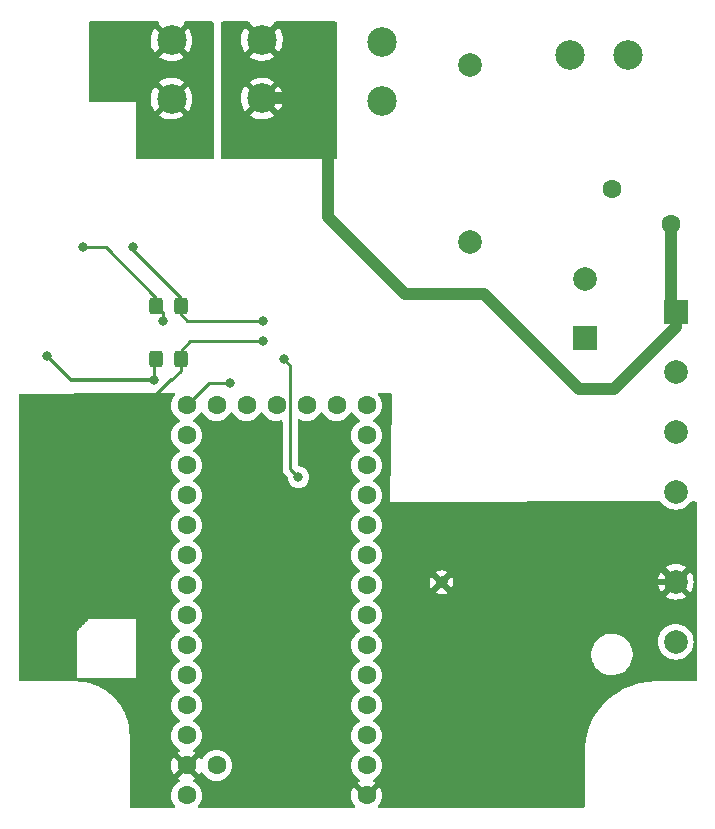
<source format=gbl>
G04 #@! TF.GenerationSoftware,KiCad,Pcbnew,(6.0.1-0)*
G04 #@! TF.CreationDate,2022-03-11T16:57:28+01:00*
G04 #@! TF.ProjectId,PowerAnalyzer_ACS71020_V2,506f7765-7241-46e6-916c-797a65725f41,2.2*
G04 #@! TF.SameCoordinates,Original*
G04 #@! TF.FileFunction,Copper,L2,Bot*
G04 #@! TF.FilePolarity,Positive*
%FSLAX46Y46*%
G04 Gerber Fmt 4.6, Leading zero omitted, Abs format (unit mm)*
G04 Created by KiCad (PCBNEW (6.0.1-0)) date 2022-03-11 16:57:28*
%MOMM*%
%LPD*%
G01*
G04 APERTURE LIST*
G04 Aperture macros list*
%AMRoundRect*
0 Rectangle with rounded corners*
0 $1 Rounding radius*
0 $2 $3 $4 $5 $6 $7 $8 $9 X,Y pos of 4 corners*
0 Add a 4 corners polygon primitive as box body*
4,1,4,$2,$3,$4,$5,$6,$7,$8,$9,$2,$3,0*
0 Add four circle primitives for the rounded corners*
1,1,$1+$1,$2,$3*
1,1,$1+$1,$4,$5*
1,1,$1+$1,$6,$7*
1,1,$1+$1,$8,$9*
0 Add four rect primitives between the rounded corners*
20,1,$1+$1,$2,$3,$4,$5,0*
20,1,$1+$1,$4,$5,$6,$7,0*
20,1,$1+$1,$6,$7,$8,$9,0*
20,1,$1+$1,$8,$9,$2,$3,0*%
G04 Aperture macros list end*
G04 #@! TA.AperFunction,ComponentPad*
%ADD10C,2.500000*%
G04 #@! TD*
G04 #@! TA.AperFunction,ComponentPad*
%ADD11R,2.000000X2.000000*%
G04 #@! TD*
G04 #@! TA.AperFunction,ComponentPad*
%ADD12C,2.000000*%
G04 #@! TD*
G04 #@! TA.AperFunction,ComponentPad*
%ADD13C,1.600000*%
G04 #@! TD*
G04 #@! TA.AperFunction,ComponentPad*
%ADD14C,1.000000*%
G04 #@! TD*
G04 #@! TA.AperFunction,SMDPad,CuDef*
%ADD15RoundRect,0.249999X0.325001X0.450001X-0.325001X0.450001X-0.325001X-0.450001X0.325001X-0.450001X0*%
G04 #@! TD*
G04 #@! TA.AperFunction,ViaPad*
%ADD16C,0.800000*%
G04 #@! TD*
G04 #@! TA.AperFunction,Conductor*
%ADD17C,0.250000*%
G04 #@! TD*
G04 #@! TA.AperFunction,Conductor*
%ADD18C,0.500000*%
G04 #@! TD*
G04 #@! TA.AperFunction,Conductor*
%ADD19C,0.300000*%
G04 #@! TD*
G04 #@! TA.AperFunction,Conductor*
%ADD20C,1.000000*%
G04 #@! TD*
G04 APERTURE END LIST*
D10*
X87668100Y-122986800D03*
X87668100Y-127936800D03*
X80010000Y-127949500D03*
X80010000Y-122999500D03*
D11*
X115000000Y-148193000D03*
D12*
X115000000Y-143193000D03*
D13*
X117300000Y-135600000D03*
X122300000Y-138600000D03*
D10*
X113730000Y-124265000D03*
X118680000Y-124265000D03*
X97790000Y-123190000D03*
X97790000Y-128140000D03*
D11*
X122700000Y-146000000D03*
D12*
X122700000Y-151080000D03*
X122700000Y-156160000D03*
X122700000Y-161240000D03*
X122700000Y-168860000D03*
X122700000Y-173940000D03*
D13*
X96520000Y-186944000D03*
X96520000Y-184404000D03*
X96520000Y-181864000D03*
X96520000Y-179324000D03*
X96520000Y-176784000D03*
X96520000Y-174244000D03*
X96520000Y-171704000D03*
X96520000Y-169164000D03*
X96520000Y-166624000D03*
X96520000Y-164084000D03*
X96520000Y-161544000D03*
X96520000Y-159004000D03*
X96520000Y-156464000D03*
X96520000Y-153924000D03*
X93980000Y-153924000D03*
X91440000Y-153924000D03*
X88900000Y-153924000D03*
X86360000Y-153924000D03*
X83820000Y-153924000D03*
X81280000Y-153924000D03*
X81280000Y-156464000D03*
X81280000Y-159004000D03*
X81280000Y-161544000D03*
X81280000Y-164084000D03*
X81280000Y-166624000D03*
X81280000Y-169164000D03*
X81280000Y-171704000D03*
X81280000Y-174244000D03*
X81280000Y-176784000D03*
X81280000Y-179324000D03*
X81280000Y-181864000D03*
X81280000Y-184404000D03*
X81280000Y-186944000D03*
X83820000Y-184404000D03*
D12*
X105250000Y-125088000D03*
X105250000Y-140088000D03*
D14*
X102870000Y-168910000D03*
D15*
X80775000Y-145500000D03*
X78725000Y-145500000D03*
X80775000Y-150000000D03*
X78725000Y-150000000D03*
D16*
X87750000Y-146750000D03*
X76750000Y-140500000D03*
X87750000Y-148500000D03*
X78000000Y-153750000D03*
X76750000Y-160250000D03*
X76750000Y-166500000D03*
X112022196Y-176267804D03*
X79250000Y-146750000D03*
X72500000Y-140500000D03*
X75250000Y-122000000D03*
X82804000Y-124968000D03*
X74000000Y-122000000D03*
X82804000Y-123444000D03*
X82804000Y-121920000D03*
X74000000Y-125750000D03*
X82804000Y-126492000D03*
X77500000Y-122000000D03*
X74000000Y-124500000D03*
X74000000Y-127000000D03*
X76500000Y-122000000D03*
X82804000Y-128016000D03*
X74000000Y-123250000D03*
X69500000Y-149750000D03*
X78500000Y-151750000D03*
X90750000Y-160000000D03*
X89500000Y-150000000D03*
X93250000Y-128250000D03*
X102750000Y-144500000D03*
X84900000Y-121900000D03*
X84900000Y-128000000D03*
X90750000Y-122000000D03*
X93250000Y-129500000D03*
X84900000Y-123400000D03*
X93250000Y-132000000D03*
X93250000Y-122000000D03*
X93250000Y-127000000D03*
X93250000Y-123250000D03*
X84900000Y-125000000D03*
X92000000Y-122000000D03*
X93250000Y-124500000D03*
X84900000Y-126500000D03*
X93250000Y-130750000D03*
X93250000Y-125750000D03*
X85000000Y-152000000D03*
D17*
X80775000Y-144800000D02*
X76750000Y-140775000D01*
X80775000Y-145500000D02*
X80775000Y-146200000D01*
X81325000Y-146750000D02*
X87184315Y-146750000D01*
X80775000Y-145500000D02*
X80775000Y-144800000D01*
X76750000Y-140775000D02*
X76750000Y-140500000D01*
X80775000Y-146200000D02*
X81325000Y-146750000D01*
X87184315Y-146750000D02*
X87750000Y-146750000D01*
D18*
X112022196Y-173727804D02*
X112022196Y-176267804D01*
D19*
X80000000Y-151750000D02*
X78000000Y-153750000D01*
D17*
X81575000Y-148500000D02*
X87184315Y-148500000D01*
X87184315Y-148500000D02*
X87750000Y-148500000D01*
D18*
X122700000Y-168860000D02*
X116890000Y-168860000D01*
X116890000Y-168860000D02*
X112022196Y-173727804D01*
D17*
X80775000Y-150975000D02*
X80000000Y-151750000D01*
X80775000Y-150000000D02*
X80775000Y-149300000D01*
X80775000Y-150000000D02*
X80775000Y-150975000D01*
X80775000Y-149300000D02*
X81575000Y-148500000D01*
X79250000Y-146025000D02*
X78725000Y-145500000D01*
X78725000Y-144800000D02*
X78725000Y-145500000D01*
X74425000Y-140500000D02*
X78725000Y-144800000D01*
X72500000Y-140500000D02*
X74425000Y-140500000D01*
X79250000Y-146750000D02*
X79250000Y-146025000D01*
D19*
X78500000Y-151750000D02*
X71500000Y-151750000D01*
D17*
X78500000Y-151750000D02*
X78500000Y-150225000D01*
D19*
X71500000Y-151750000D02*
X69500000Y-149750000D01*
D17*
X78500000Y-150225000D02*
X78725000Y-150000000D01*
X90049511Y-150549511D02*
X89500000Y-150000000D01*
X90750000Y-160000000D02*
X90049511Y-159299511D01*
X90049511Y-159299511D02*
X90049511Y-150549511D01*
D20*
X99750000Y-144500000D02*
X93250000Y-138000000D01*
X122700000Y-146000000D02*
X122700000Y-147300000D01*
X117500000Y-152500000D02*
X114500000Y-152500000D01*
X122700000Y-147300000D02*
X117500000Y-152500000D01*
X122300000Y-138600000D02*
X122300000Y-145600000D01*
X122300000Y-145600000D02*
X122700000Y-146000000D01*
X102750000Y-144500000D02*
X99750000Y-144500000D01*
X87668100Y-127936800D02*
X89435866Y-127936800D01*
X114500000Y-152500000D02*
X106500000Y-144500000D01*
X93250000Y-138000000D02*
X93250000Y-132000000D01*
X106500000Y-144500000D02*
X102750000Y-144500000D01*
D17*
X83204000Y-152000000D02*
X81280000Y-153924000D01*
X85000000Y-152000000D02*
X83204000Y-152000000D01*
G04 #@! TA.AperFunction,Conductor*
G36*
X80269016Y-152868419D02*
G01*
X80315509Y-152922075D01*
X80325613Y-152992349D01*
X80296119Y-153056929D01*
X80289990Y-153063512D01*
X80273802Y-153079700D01*
X80270645Y-153084208D01*
X80270643Y-153084211D01*
X80215902Y-153162389D01*
X80142477Y-153267251D01*
X80140154Y-153272233D01*
X80140151Y-153272238D01*
X80065918Y-153431433D01*
X80045716Y-153474757D01*
X80044294Y-153480065D01*
X80044293Y-153480067D01*
X80035382Y-153513324D01*
X79986457Y-153695913D01*
X79966502Y-153924000D01*
X79986457Y-154152087D01*
X80045716Y-154373243D01*
X80048039Y-154378224D01*
X80048039Y-154378225D01*
X80140151Y-154575762D01*
X80140154Y-154575767D01*
X80142477Y-154580749D01*
X80145634Y-154585257D01*
X80240609Y-154720895D01*
X80273802Y-154768300D01*
X80435700Y-154930198D01*
X80440208Y-154933355D01*
X80440211Y-154933357D01*
X80518389Y-154988098D01*
X80623251Y-155061523D01*
X80628233Y-155063846D01*
X80628238Y-155063849D01*
X80662457Y-155079805D01*
X80715742Y-155126722D01*
X80735203Y-155194999D01*
X80714661Y-155262959D01*
X80662457Y-155308195D01*
X80628238Y-155324151D01*
X80628233Y-155324154D01*
X80623251Y-155326477D01*
X80518389Y-155399902D01*
X80440211Y-155454643D01*
X80440208Y-155454645D01*
X80435700Y-155457802D01*
X80273802Y-155619700D01*
X80142477Y-155807251D01*
X80140154Y-155812233D01*
X80140151Y-155812238D01*
X80088368Y-155923289D01*
X80045716Y-156014757D01*
X79986457Y-156235913D01*
X79966502Y-156464000D01*
X79986457Y-156692087D01*
X80045716Y-156913243D01*
X80048039Y-156918224D01*
X80048039Y-156918225D01*
X80140151Y-157115762D01*
X80140154Y-157115767D01*
X80142477Y-157120749D01*
X80273802Y-157308300D01*
X80435700Y-157470198D01*
X80440208Y-157473355D01*
X80440211Y-157473357D01*
X80490029Y-157508240D01*
X80623251Y-157601523D01*
X80628233Y-157603846D01*
X80628238Y-157603849D01*
X80662457Y-157619805D01*
X80715742Y-157666722D01*
X80735203Y-157734999D01*
X80714661Y-157802959D01*
X80662457Y-157848195D01*
X80628238Y-157864151D01*
X80628233Y-157864154D01*
X80623251Y-157866477D01*
X80518389Y-157939902D01*
X80440211Y-157994643D01*
X80440208Y-157994645D01*
X80435700Y-157997802D01*
X80273802Y-158159700D01*
X80142477Y-158347251D01*
X80140154Y-158352233D01*
X80140151Y-158352238D01*
X80048039Y-158549775D01*
X80045716Y-158554757D01*
X79986457Y-158775913D01*
X79966502Y-159004000D01*
X79986457Y-159232087D01*
X79987881Y-159237400D01*
X79987881Y-159237402D01*
X80017857Y-159349271D01*
X80045716Y-159453243D01*
X80048039Y-159458224D01*
X80048039Y-159458225D01*
X80140151Y-159655762D01*
X80140154Y-159655767D01*
X80142477Y-159660749D01*
X80145634Y-159665257D01*
X80240609Y-159800895D01*
X80273802Y-159848300D01*
X80435700Y-160010198D01*
X80440208Y-160013355D01*
X80440211Y-160013357D01*
X80456421Y-160024707D01*
X80623251Y-160141523D01*
X80628233Y-160143846D01*
X80628238Y-160143849D01*
X80662457Y-160159805D01*
X80715742Y-160206722D01*
X80735203Y-160274999D01*
X80714661Y-160342959D01*
X80662457Y-160388195D01*
X80628238Y-160404151D01*
X80628233Y-160404154D01*
X80623251Y-160406477D01*
X80518389Y-160479902D01*
X80440211Y-160534643D01*
X80440208Y-160534645D01*
X80435700Y-160537802D01*
X80273802Y-160699700D01*
X80142477Y-160887251D01*
X80140154Y-160892233D01*
X80140151Y-160892238D01*
X80133208Y-160907128D01*
X80045716Y-161094757D01*
X79986457Y-161315913D01*
X79966502Y-161544000D01*
X79986457Y-161772087D01*
X80045716Y-161993243D01*
X80048039Y-161998224D01*
X80048039Y-161998225D01*
X80140151Y-162195762D01*
X80140154Y-162195767D01*
X80142477Y-162200749D01*
X80273802Y-162388300D01*
X80435700Y-162550198D01*
X80440208Y-162553355D01*
X80440211Y-162553357D01*
X80486336Y-162585654D01*
X80623251Y-162681523D01*
X80628233Y-162683846D01*
X80628238Y-162683849D01*
X80662457Y-162699805D01*
X80715742Y-162746722D01*
X80735203Y-162814999D01*
X80714661Y-162882959D01*
X80662457Y-162928195D01*
X80628238Y-162944151D01*
X80628233Y-162944154D01*
X80623251Y-162946477D01*
X80518389Y-163019902D01*
X80440211Y-163074643D01*
X80440208Y-163074645D01*
X80435700Y-163077802D01*
X80273802Y-163239700D01*
X80142477Y-163427251D01*
X80140154Y-163432233D01*
X80140151Y-163432238D01*
X80048039Y-163629775D01*
X80045716Y-163634757D01*
X79986457Y-163855913D01*
X79966502Y-164084000D01*
X79986457Y-164312087D01*
X80045716Y-164533243D01*
X80048039Y-164538224D01*
X80048039Y-164538225D01*
X80140151Y-164735762D01*
X80140154Y-164735767D01*
X80142477Y-164740749D01*
X80273802Y-164928300D01*
X80435700Y-165090198D01*
X80440208Y-165093355D01*
X80440211Y-165093357D01*
X80518389Y-165148098D01*
X80623251Y-165221523D01*
X80628233Y-165223846D01*
X80628238Y-165223849D01*
X80662457Y-165239805D01*
X80715742Y-165286722D01*
X80735203Y-165354999D01*
X80714661Y-165422959D01*
X80662457Y-165468195D01*
X80628238Y-165484151D01*
X80628233Y-165484154D01*
X80623251Y-165486477D01*
X80518389Y-165559902D01*
X80440211Y-165614643D01*
X80440208Y-165614645D01*
X80435700Y-165617802D01*
X80273802Y-165779700D01*
X80142477Y-165967251D01*
X80140154Y-165972233D01*
X80140151Y-165972238D01*
X80048039Y-166169775D01*
X80045716Y-166174757D01*
X79986457Y-166395913D01*
X79966502Y-166624000D01*
X79986457Y-166852087D01*
X80045716Y-167073243D01*
X80048039Y-167078224D01*
X80048039Y-167078225D01*
X80140151Y-167275762D01*
X80140154Y-167275767D01*
X80142477Y-167280749D01*
X80273802Y-167468300D01*
X80435700Y-167630198D01*
X80440208Y-167633355D01*
X80440211Y-167633357D01*
X80518389Y-167688098D01*
X80623251Y-167761523D01*
X80628233Y-167763846D01*
X80628238Y-167763849D01*
X80662457Y-167779805D01*
X80715742Y-167826722D01*
X80735203Y-167894999D01*
X80714661Y-167962959D01*
X80662457Y-168008195D01*
X80628238Y-168024151D01*
X80628233Y-168024154D01*
X80623251Y-168026477D01*
X80518389Y-168099902D01*
X80440211Y-168154643D01*
X80440208Y-168154645D01*
X80435700Y-168157802D01*
X80273802Y-168319700D01*
X80142477Y-168507251D01*
X80140154Y-168512233D01*
X80140151Y-168512238D01*
X80050018Y-168705532D01*
X80045716Y-168714757D01*
X80044294Y-168720065D01*
X80044293Y-168720067D01*
X80006003Y-168862965D01*
X79986457Y-168935913D01*
X79966502Y-169164000D01*
X79986457Y-169392087D01*
X79987881Y-169397400D01*
X79987881Y-169397402D01*
X80029027Y-169550958D01*
X80045716Y-169613243D01*
X80048039Y-169618224D01*
X80048039Y-169618225D01*
X80140151Y-169815762D01*
X80140154Y-169815767D01*
X80142477Y-169820749D01*
X80273802Y-170008300D01*
X80435700Y-170170198D01*
X80440208Y-170173355D01*
X80440211Y-170173357D01*
X80485695Y-170205205D01*
X80623251Y-170301523D01*
X80628233Y-170303846D01*
X80628238Y-170303849D01*
X80662457Y-170319805D01*
X80715742Y-170366722D01*
X80735203Y-170434999D01*
X80714661Y-170502959D01*
X80662457Y-170548195D01*
X80628238Y-170564151D01*
X80628233Y-170564154D01*
X80623251Y-170566477D01*
X80518389Y-170639902D01*
X80440211Y-170694643D01*
X80440208Y-170694645D01*
X80435700Y-170697802D01*
X80273802Y-170859700D01*
X80142477Y-171047251D01*
X80140154Y-171052233D01*
X80140151Y-171052238D01*
X80048039Y-171249775D01*
X80045716Y-171254757D01*
X79986457Y-171475913D01*
X79966502Y-171704000D01*
X79986457Y-171932087D01*
X80045716Y-172153243D01*
X80048039Y-172158224D01*
X80048039Y-172158225D01*
X80140151Y-172355762D01*
X80140154Y-172355767D01*
X80142477Y-172360749D01*
X80145634Y-172365257D01*
X80243867Y-172505548D01*
X80273802Y-172548300D01*
X80435700Y-172710198D01*
X80440208Y-172713355D01*
X80440211Y-172713357D01*
X80486830Y-172746000D01*
X80623251Y-172841523D01*
X80628233Y-172843846D01*
X80628238Y-172843849D01*
X80662457Y-172859805D01*
X80715742Y-172906722D01*
X80735203Y-172974999D01*
X80714661Y-173042959D01*
X80662457Y-173088195D01*
X80628238Y-173104151D01*
X80628233Y-173104154D01*
X80623251Y-173106477D01*
X80518389Y-173179902D01*
X80440211Y-173234643D01*
X80440208Y-173234645D01*
X80435700Y-173237802D01*
X80273802Y-173399700D01*
X80270645Y-173404208D01*
X80270643Y-173404211D01*
X80267743Y-173408353D01*
X80142477Y-173587251D01*
X80140154Y-173592233D01*
X80140151Y-173592238D01*
X80088368Y-173703289D01*
X80045716Y-173794757D01*
X79986457Y-174015913D01*
X79966502Y-174244000D01*
X79986457Y-174472087D01*
X79987881Y-174477400D01*
X79987881Y-174477402D01*
X80026731Y-174622389D01*
X80045716Y-174693243D01*
X80048039Y-174698224D01*
X80048039Y-174698225D01*
X80140151Y-174895762D01*
X80140154Y-174895767D01*
X80142477Y-174900749D01*
X80273802Y-175088300D01*
X80435700Y-175250198D01*
X80440208Y-175253355D01*
X80440211Y-175253357D01*
X80486336Y-175285654D01*
X80623251Y-175381523D01*
X80628233Y-175383846D01*
X80628238Y-175383849D01*
X80662457Y-175399805D01*
X80715742Y-175446722D01*
X80735203Y-175514999D01*
X80714661Y-175582959D01*
X80662457Y-175628195D01*
X80628238Y-175644151D01*
X80628233Y-175644154D01*
X80623251Y-175646477D01*
X80518389Y-175719902D01*
X80440211Y-175774643D01*
X80440208Y-175774645D01*
X80435700Y-175777802D01*
X80273802Y-175939700D01*
X80142477Y-176127251D01*
X80140154Y-176132233D01*
X80140151Y-176132238D01*
X80076609Y-176268506D01*
X80045716Y-176334757D01*
X79986457Y-176555913D01*
X79966502Y-176784000D01*
X79986457Y-177012087D01*
X80045716Y-177233243D01*
X80048039Y-177238224D01*
X80048039Y-177238225D01*
X80140151Y-177435762D01*
X80140154Y-177435767D01*
X80142477Y-177440749D01*
X80215902Y-177545611D01*
X80241735Y-177582503D01*
X80273802Y-177628300D01*
X80435700Y-177790198D01*
X80440208Y-177793355D01*
X80440211Y-177793357D01*
X80506220Y-177839577D01*
X80623251Y-177921523D01*
X80628233Y-177923846D01*
X80628238Y-177923849D01*
X80662457Y-177939805D01*
X80715742Y-177986722D01*
X80735203Y-178054999D01*
X80714661Y-178122959D01*
X80662457Y-178168195D01*
X80628238Y-178184151D01*
X80628233Y-178184154D01*
X80623251Y-178186477D01*
X80539446Y-178245158D01*
X80440211Y-178314643D01*
X80440208Y-178314645D01*
X80435700Y-178317802D01*
X80273802Y-178479700D01*
X80142477Y-178667251D01*
X80140154Y-178672233D01*
X80140151Y-178672238D01*
X80048039Y-178869775D01*
X80045716Y-178874757D01*
X80044294Y-178880065D01*
X80044293Y-178880067D01*
X80036362Y-178909667D01*
X79986457Y-179095913D01*
X79966502Y-179324000D01*
X79986457Y-179552087D01*
X79987881Y-179557400D01*
X79987881Y-179557402D01*
X80006602Y-179627267D01*
X80045716Y-179773243D01*
X80048039Y-179778224D01*
X80048039Y-179778225D01*
X80140151Y-179975762D01*
X80140154Y-179975767D01*
X80142477Y-179980749D01*
X80145634Y-179985257D01*
X80266875Y-180158407D01*
X80273802Y-180168300D01*
X80435700Y-180330198D01*
X80440208Y-180333355D01*
X80440211Y-180333357D01*
X80518389Y-180388098D01*
X80623251Y-180461523D01*
X80628233Y-180463846D01*
X80628238Y-180463849D01*
X80662457Y-180479805D01*
X80715742Y-180526722D01*
X80735203Y-180594999D01*
X80714661Y-180662959D01*
X80662457Y-180708195D01*
X80628238Y-180724151D01*
X80628233Y-180724154D01*
X80623251Y-180726477D01*
X80518389Y-180799902D01*
X80440211Y-180854643D01*
X80440208Y-180854645D01*
X80435700Y-180857802D01*
X80273802Y-181019700D01*
X80142477Y-181207251D01*
X80140154Y-181212233D01*
X80140151Y-181212238D01*
X80101682Y-181294737D01*
X80045716Y-181414757D01*
X80044294Y-181420065D01*
X80044293Y-181420067D01*
X80032215Y-181465144D01*
X79986457Y-181635913D01*
X79966502Y-181864000D01*
X79986457Y-182092087D01*
X80045716Y-182313243D01*
X80048039Y-182318224D01*
X80048039Y-182318225D01*
X80140151Y-182515762D01*
X80140154Y-182515767D01*
X80142477Y-182520749D01*
X80273802Y-182708300D01*
X80435700Y-182870198D01*
X80440208Y-182873355D01*
X80440211Y-182873357D01*
X80518389Y-182928098D01*
X80623251Y-183001523D01*
X80628233Y-183003846D01*
X80628238Y-183003849D01*
X80663049Y-183020081D01*
X80716334Y-183066998D01*
X80735795Y-183135275D01*
X80715253Y-183203235D01*
X80663049Y-183248471D01*
X80628489Y-183264586D01*
X80618994Y-183270069D01*
X80566952Y-183306509D01*
X80558576Y-183316988D01*
X80565644Y-183330434D01*
X81267188Y-184031978D01*
X81281132Y-184039592D01*
X81282965Y-184039461D01*
X81289580Y-184035210D01*
X81995077Y-183329713D01*
X82001507Y-183317938D01*
X81992211Y-183305923D01*
X81941006Y-183270069D01*
X81931511Y-183264586D01*
X81896951Y-183248471D01*
X81843666Y-183201554D01*
X81824205Y-183133277D01*
X81844747Y-183065317D01*
X81896951Y-183020081D01*
X81931762Y-183003849D01*
X81931767Y-183003846D01*
X81936749Y-183001523D01*
X82041611Y-182928098D01*
X82119789Y-182873357D01*
X82119792Y-182873355D01*
X82124300Y-182870198D01*
X82286198Y-182708300D01*
X82417523Y-182520749D01*
X82419846Y-182515767D01*
X82419849Y-182515762D01*
X82511961Y-182318225D01*
X82511961Y-182318224D01*
X82514284Y-182313243D01*
X82573543Y-182092087D01*
X82593498Y-181864000D01*
X82573543Y-181635913D01*
X82527785Y-181465144D01*
X82515707Y-181420067D01*
X82515706Y-181420065D01*
X82514284Y-181414757D01*
X82458318Y-181294737D01*
X82419849Y-181212238D01*
X82419846Y-181212233D01*
X82417523Y-181207251D01*
X82286198Y-181019700D01*
X82124300Y-180857802D01*
X82119792Y-180854645D01*
X82119789Y-180854643D01*
X82041611Y-180799902D01*
X81936749Y-180726477D01*
X81931767Y-180724154D01*
X81931762Y-180724151D01*
X81897543Y-180708195D01*
X81844258Y-180661278D01*
X81824797Y-180593001D01*
X81845339Y-180525041D01*
X81897543Y-180479805D01*
X81931762Y-180463849D01*
X81931767Y-180463846D01*
X81936749Y-180461523D01*
X82041611Y-180388098D01*
X82119789Y-180333357D01*
X82119792Y-180333355D01*
X82124300Y-180330198D01*
X82286198Y-180168300D01*
X82293126Y-180158407D01*
X82414366Y-179985257D01*
X82417523Y-179980749D01*
X82419846Y-179975767D01*
X82419849Y-179975762D01*
X82511961Y-179778225D01*
X82511961Y-179778224D01*
X82514284Y-179773243D01*
X82553399Y-179627267D01*
X82572119Y-179557402D01*
X82572119Y-179557400D01*
X82573543Y-179552087D01*
X82593498Y-179324000D01*
X82573543Y-179095913D01*
X82523638Y-178909667D01*
X82515707Y-178880067D01*
X82515706Y-178880065D01*
X82514284Y-178874757D01*
X82511961Y-178869775D01*
X82419849Y-178672238D01*
X82419846Y-178672233D01*
X82417523Y-178667251D01*
X82286198Y-178479700D01*
X82124300Y-178317802D01*
X82119792Y-178314645D01*
X82119789Y-178314643D01*
X82020554Y-178245158D01*
X81936749Y-178186477D01*
X81931767Y-178184154D01*
X81931762Y-178184151D01*
X81897543Y-178168195D01*
X81844258Y-178121278D01*
X81824797Y-178053001D01*
X81845339Y-177985041D01*
X81897543Y-177939805D01*
X81931762Y-177923849D01*
X81931767Y-177923846D01*
X81936749Y-177921523D01*
X82053780Y-177839577D01*
X82119789Y-177793357D01*
X82119792Y-177793355D01*
X82124300Y-177790198D01*
X82286198Y-177628300D01*
X82318266Y-177582503D01*
X82344098Y-177545611D01*
X82417523Y-177440749D01*
X82419846Y-177435767D01*
X82419849Y-177435762D01*
X82511961Y-177238225D01*
X82511961Y-177238224D01*
X82514284Y-177233243D01*
X82573543Y-177012087D01*
X82593498Y-176784000D01*
X82573543Y-176555913D01*
X82514284Y-176334757D01*
X82483391Y-176268506D01*
X82419849Y-176132238D01*
X82419846Y-176132233D01*
X82417523Y-176127251D01*
X82286198Y-175939700D01*
X82124300Y-175777802D01*
X82119792Y-175774645D01*
X82119789Y-175774643D01*
X82041611Y-175719902D01*
X81936749Y-175646477D01*
X81931767Y-175644154D01*
X81931762Y-175644151D01*
X81897543Y-175628195D01*
X81844258Y-175581278D01*
X81824797Y-175513001D01*
X81845339Y-175445041D01*
X81897543Y-175399805D01*
X81931762Y-175383849D01*
X81931767Y-175383846D01*
X81936749Y-175381523D01*
X82073664Y-175285654D01*
X82119789Y-175253357D01*
X82119792Y-175253355D01*
X82124300Y-175250198D01*
X82286198Y-175088300D01*
X82417523Y-174900749D01*
X82419846Y-174895767D01*
X82419849Y-174895762D01*
X82511961Y-174698225D01*
X82511961Y-174698224D01*
X82514284Y-174693243D01*
X82533270Y-174622389D01*
X82572119Y-174477402D01*
X82572119Y-174477400D01*
X82573543Y-174472087D01*
X82593498Y-174244000D01*
X82573543Y-174015913D01*
X82514284Y-173794757D01*
X82471632Y-173703289D01*
X82419849Y-173592238D01*
X82419846Y-173592233D01*
X82417523Y-173587251D01*
X82292257Y-173408353D01*
X82289357Y-173404211D01*
X82289355Y-173404208D01*
X82286198Y-173399700D01*
X82124300Y-173237802D01*
X82119792Y-173234645D01*
X82119789Y-173234643D01*
X82041611Y-173179902D01*
X81936749Y-173106477D01*
X81931767Y-173104154D01*
X81931762Y-173104151D01*
X81897543Y-173088195D01*
X81844258Y-173041278D01*
X81824797Y-172973001D01*
X81845339Y-172905041D01*
X81897543Y-172859805D01*
X81931762Y-172843849D01*
X81931767Y-172843846D01*
X81936749Y-172841523D01*
X82073170Y-172746000D01*
X82119789Y-172713357D01*
X82119792Y-172713355D01*
X82124300Y-172710198D01*
X82286198Y-172548300D01*
X82316134Y-172505548D01*
X82414366Y-172365257D01*
X82417523Y-172360749D01*
X82419846Y-172355767D01*
X82419849Y-172355762D01*
X82511961Y-172158225D01*
X82511961Y-172158224D01*
X82514284Y-172153243D01*
X82573543Y-171932087D01*
X82593498Y-171704000D01*
X82573543Y-171475913D01*
X82514284Y-171254757D01*
X82511961Y-171249775D01*
X82419849Y-171052238D01*
X82419846Y-171052233D01*
X82417523Y-171047251D01*
X82286198Y-170859700D01*
X82124300Y-170697802D01*
X82119792Y-170694645D01*
X82119789Y-170694643D01*
X82041611Y-170639902D01*
X81936749Y-170566477D01*
X81931767Y-170564154D01*
X81931762Y-170564151D01*
X81897543Y-170548195D01*
X81844258Y-170501278D01*
X81824797Y-170433001D01*
X81845339Y-170365041D01*
X81897543Y-170319805D01*
X81931762Y-170303849D01*
X81931767Y-170303846D01*
X81936749Y-170301523D01*
X82074305Y-170205205D01*
X82119789Y-170173357D01*
X82119792Y-170173355D01*
X82124300Y-170170198D01*
X82286198Y-170008300D01*
X82417523Y-169820749D01*
X82419846Y-169815767D01*
X82419849Y-169815762D01*
X82511961Y-169618225D01*
X82511961Y-169618224D01*
X82514284Y-169613243D01*
X82530974Y-169550958D01*
X82572119Y-169397402D01*
X82572119Y-169397400D01*
X82573543Y-169392087D01*
X82593498Y-169164000D01*
X82573543Y-168935913D01*
X82553997Y-168862965D01*
X82515707Y-168720067D01*
X82515706Y-168720065D01*
X82514284Y-168714757D01*
X82509982Y-168705532D01*
X82419849Y-168512238D01*
X82419846Y-168512233D01*
X82417523Y-168507251D01*
X82286198Y-168319700D01*
X82124300Y-168157802D01*
X82119792Y-168154645D01*
X82119789Y-168154643D01*
X82041611Y-168099902D01*
X81936749Y-168026477D01*
X81931767Y-168024154D01*
X81931762Y-168024151D01*
X81897543Y-168008195D01*
X81844258Y-167961278D01*
X81824797Y-167893001D01*
X81845339Y-167825041D01*
X81897543Y-167779805D01*
X81931762Y-167763849D01*
X81931767Y-167763846D01*
X81936749Y-167761523D01*
X82041611Y-167688098D01*
X82119789Y-167633357D01*
X82119792Y-167633355D01*
X82124300Y-167630198D01*
X82286198Y-167468300D01*
X82417523Y-167280749D01*
X82419846Y-167275767D01*
X82419849Y-167275762D01*
X82511961Y-167078225D01*
X82511961Y-167078224D01*
X82514284Y-167073243D01*
X82573543Y-166852087D01*
X82593498Y-166624000D01*
X82573543Y-166395913D01*
X82514284Y-166174757D01*
X82511961Y-166169775D01*
X82419849Y-165972238D01*
X82419846Y-165972233D01*
X82417523Y-165967251D01*
X82286198Y-165779700D01*
X82124300Y-165617802D01*
X82119792Y-165614645D01*
X82119789Y-165614643D01*
X82041611Y-165559902D01*
X81936749Y-165486477D01*
X81931767Y-165484154D01*
X81931762Y-165484151D01*
X81897543Y-165468195D01*
X81844258Y-165421278D01*
X81824797Y-165353001D01*
X81845339Y-165285041D01*
X81897543Y-165239805D01*
X81931762Y-165223849D01*
X81931767Y-165223846D01*
X81936749Y-165221523D01*
X82041611Y-165148098D01*
X82119789Y-165093357D01*
X82119792Y-165093355D01*
X82124300Y-165090198D01*
X82286198Y-164928300D01*
X82417523Y-164740749D01*
X82419846Y-164735767D01*
X82419849Y-164735762D01*
X82511961Y-164538225D01*
X82511961Y-164538224D01*
X82514284Y-164533243D01*
X82573543Y-164312087D01*
X82593498Y-164084000D01*
X82573543Y-163855913D01*
X82514284Y-163634757D01*
X82511961Y-163629775D01*
X82419849Y-163432238D01*
X82419846Y-163432233D01*
X82417523Y-163427251D01*
X82286198Y-163239700D01*
X82124300Y-163077802D01*
X82119792Y-163074645D01*
X82119789Y-163074643D01*
X82041611Y-163019902D01*
X81936749Y-162946477D01*
X81931767Y-162944154D01*
X81931762Y-162944151D01*
X81897543Y-162928195D01*
X81844258Y-162881278D01*
X81824797Y-162813001D01*
X81845339Y-162745041D01*
X81897543Y-162699805D01*
X81931762Y-162683849D01*
X81931767Y-162683846D01*
X81936749Y-162681523D01*
X82073664Y-162585654D01*
X82119789Y-162553357D01*
X82119792Y-162553355D01*
X82124300Y-162550198D01*
X82286198Y-162388300D01*
X82417523Y-162200749D01*
X82419846Y-162195767D01*
X82419849Y-162195762D01*
X82511961Y-161998225D01*
X82511961Y-161998224D01*
X82514284Y-161993243D01*
X82573543Y-161772087D01*
X82593498Y-161544000D01*
X82573543Y-161315913D01*
X82514284Y-161094757D01*
X82426792Y-160907128D01*
X82419849Y-160892238D01*
X82419846Y-160892233D01*
X82417523Y-160887251D01*
X82286198Y-160699700D01*
X82124300Y-160537802D01*
X82119792Y-160534645D01*
X82119789Y-160534643D01*
X82041611Y-160479902D01*
X81936749Y-160406477D01*
X81931767Y-160404154D01*
X81931762Y-160404151D01*
X81897543Y-160388195D01*
X81844258Y-160341278D01*
X81824797Y-160273001D01*
X81845339Y-160205041D01*
X81897543Y-160159805D01*
X81931762Y-160143849D01*
X81931767Y-160143846D01*
X81936749Y-160141523D01*
X82103579Y-160024707D01*
X82119789Y-160013357D01*
X82119792Y-160013355D01*
X82124300Y-160010198D01*
X82286198Y-159848300D01*
X82319392Y-159800895D01*
X82414366Y-159665257D01*
X82417523Y-159660749D01*
X82419846Y-159655767D01*
X82419849Y-159655762D01*
X82511961Y-159458225D01*
X82511961Y-159458224D01*
X82514284Y-159453243D01*
X82542144Y-159349271D01*
X82572119Y-159237402D01*
X82572119Y-159237400D01*
X82573543Y-159232087D01*
X82593498Y-159004000D01*
X82573543Y-158775913D01*
X82514284Y-158554757D01*
X82511961Y-158549775D01*
X82419849Y-158352238D01*
X82419846Y-158352233D01*
X82417523Y-158347251D01*
X82286198Y-158159700D01*
X82124300Y-157997802D01*
X82119792Y-157994645D01*
X82119789Y-157994643D01*
X82041611Y-157939902D01*
X81936749Y-157866477D01*
X81931767Y-157864154D01*
X81931762Y-157864151D01*
X81897543Y-157848195D01*
X81844258Y-157801278D01*
X81824797Y-157733001D01*
X81845339Y-157665041D01*
X81897543Y-157619805D01*
X81931762Y-157603849D01*
X81931767Y-157603846D01*
X81936749Y-157601523D01*
X82069971Y-157508240D01*
X82119789Y-157473357D01*
X82119792Y-157473355D01*
X82124300Y-157470198D01*
X82286198Y-157308300D01*
X82417523Y-157120749D01*
X82419846Y-157115767D01*
X82419849Y-157115762D01*
X82511961Y-156918225D01*
X82511961Y-156918224D01*
X82514284Y-156913243D01*
X82573543Y-156692087D01*
X82593498Y-156464000D01*
X82573543Y-156235913D01*
X82514284Y-156014757D01*
X82471632Y-155923289D01*
X82419849Y-155812238D01*
X82419846Y-155812233D01*
X82417523Y-155807251D01*
X82286198Y-155619700D01*
X82124300Y-155457802D01*
X82119792Y-155454645D01*
X82119789Y-155454643D01*
X82041611Y-155399902D01*
X81936749Y-155326477D01*
X81931767Y-155324154D01*
X81931762Y-155324151D01*
X81897543Y-155308195D01*
X81844258Y-155261278D01*
X81824797Y-155193001D01*
X81845339Y-155125041D01*
X81897543Y-155079805D01*
X81931762Y-155063849D01*
X81931767Y-155063846D01*
X81936749Y-155061523D01*
X82041611Y-154988098D01*
X82119789Y-154933357D01*
X82119792Y-154933355D01*
X82124300Y-154930198D01*
X82286198Y-154768300D01*
X82319392Y-154720895D01*
X82414366Y-154585257D01*
X82417523Y-154580749D01*
X82419846Y-154575767D01*
X82419849Y-154575762D01*
X82435805Y-154541543D01*
X82482722Y-154488258D01*
X82550999Y-154468797D01*
X82618959Y-154489339D01*
X82664195Y-154541543D01*
X82680151Y-154575762D01*
X82680154Y-154575767D01*
X82682477Y-154580749D01*
X82685634Y-154585257D01*
X82780609Y-154720895D01*
X82813802Y-154768300D01*
X82975700Y-154930198D01*
X82980208Y-154933355D01*
X82980211Y-154933357D01*
X83058389Y-154988098D01*
X83163251Y-155061523D01*
X83168233Y-155063846D01*
X83168238Y-155063849D01*
X83303989Y-155127150D01*
X83370757Y-155158284D01*
X83376065Y-155159706D01*
X83376067Y-155159707D01*
X83586598Y-155216119D01*
X83586600Y-155216119D01*
X83591913Y-155217543D01*
X83820000Y-155237498D01*
X84048087Y-155217543D01*
X84053400Y-155216119D01*
X84053402Y-155216119D01*
X84263933Y-155159707D01*
X84263935Y-155159706D01*
X84269243Y-155158284D01*
X84336011Y-155127150D01*
X84471762Y-155063849D01*
X84471767Y-155063846D01*
X84476749Y-155061523D01*
X84581611Y-154988098D01*
X84659789Y-154933357D01*
X84659792Y-154933355D01*
X84664300Y-154930198D01*
X84826198Y-154768300D01*
X84859392Y-154720895D01*
X84954366Y-154585257D01*
X84957523Y-154580749D01*
X84959846Y-154575767D01*
X84959849Y-154575762D01*
X84975805Y-154541543D01*
X85022722Y-154488258D01*
X85090999Y-154468797D01*
X85158959Y-154489339D01*
X85204195Y-154541543D01*
X85220151Y-154575762D01*
X85220154Y-154575767D01*
X85222477Y-154580749D01*
X85225634Y-154585257D01*
X85320609Y-154720895D01*
X85353802Y-154768300D01*
X85515700Y-154930198D01*
X85520208Y-154933355D01*
X85520211Y-154933357D01*
X85598389Y-154988098D01*
X85703251Y-155061523D01*
X85708233Y-155063846D01*
X85708238Y-155063849D01*
X85843989Y-155127150D01*
X85910757Y-155158284D01*
X85916065Y-155159706D01*
X85916067Y-155159707D01*
X86126598Y-155216119D01*
X86126600Y-155216119D01*
X86131913Y-155217543D01*
X86360000Y-155237498D01*
X86588087Y-155217543D01*
X86593400Y-155216119D01*
X86593402Y-155216119D01*
X86803933Y-155159707D01*
X86803935Y-155159706D01*
X86809243Y-155158284D01*
X86876011Y-155127150D01*
X87011762Y-155063849D01*
X87011767Y-155063846D01*
X87016749Y-155061523D01*
X87121611Y-154988098D01*
X87199789Y-154933357D01*
X87199792Y-154933355D01*
X87204300Y-154930198D01*
X87366198Y-154768300D01*
X87399392Y-154720895D01*
X87494366Y-154585257D01*
X87497523Y-154580749D01*
X87499846Y-154575767D01*
X87499849Y-154575762D01*
X87515805Y-154541543D01*
X87562722Y-154488258D01*
X87630999Y-154468797D01*
X87698959Y-154489339D01*
X87744195Y-154541543D01*
X87760151Y-154575762D01*
X87760154Y-154575767D01*
X87762477Y-154580749D01*
X87765634Y-154585257D01*
X87860609Y-154720895D01*
X87893802Y-154768300D01*
X88055700Y-154930198D01*
X88060208Y-154933355D01*
X88060211Y-154933357D01*
X88138389Y-154988098D01*
X88243251Y-155061523D01*
X88248233Y-155063846D01*
X88248238Y-155063849D01*
X88383989Y-155127150D01*
X88450757Y-155158284D01*
X88456065Y-155159706D01*
X88456067Y-155159707D01*
X88666598Y-155216119D01*
X88666600Y-155216119D01*
X88671913Y-155217543D01*
X88900000Y-155237498D01*
X89128087Y-155217543D01*
X89133396Y-155216121D01*
X89133410Y-155216118D01*
X89257399Y-155182894D01*
X89328376Y-155184583D01*
X89387172Y-155224377D01*
X89415120Y-155289641D01*
X89416011Y-155304600D01*
X89416011Y-159220744D01*
X89415484Y-159231927D01*
X89413809Y-159239420D01*
X89414058Y-159247346D01*
X89414058Y-159247347D01*
X89415949Y-159307497D01*
X89416011Y-159311456D01*
X89416011Y-159339367D01*
X89416508Y-159343301D01*
X89416508Y-159343302D01*
X89416516Y-159343367D01*
X89417449Y-159355204D01*
X89418838Y-159399400D01*
X89424489Y-159418850D01*
X89428498Y-159438211D01*
X89431037Y-159458308D01*
X89433956Y-159465679D01*
X89433956Y-159465681D01*
X89447315Y-159499423D01*
X89451160Y-159510653D01*
X89463493Y-159553104D01*
X89467526Y-159559923D01*
X89467528Y-159559928D01*
X89473804Y-159570539D01*
X89482499Y-159588287D01*
X89489959Y-159607128D01*
X89494621Y-159613544D01*
X89494621Y-159613545D01*
X89515947Y-159642898D01*
X89522463Y-159652818D01*
X89529820Y-159665257D01*
X89544969Y-159690873D01*
X89559290Y-159705194D01*
X89572130Y-159720227D01*
X89584039Y-159736618D01*
X89590147Y-159741671D01*
X89618109Y-159764803D01*
X89626889Y-159772793D01*
X89802878Y-159948782D01*
X89836904Y-160011094D01*
X89839092Y-160024703D01*
X89856458Y-160189928D01*
X89915473Y-160371556D01*
X89918776Y-160377278D01*
X89918777Y-160377279D01*
X89934292Y-160404151D01*
X90010960Y-160536944D01*
X90138747Y-160678866D01*
X90293248Y-160791118D01*
X90299276Y-160793802D01*
X90299278Y-160793803D01*
X90461681Y-160866109D01*
X90467712Y-160868794D01*
X90533337Y-160882743D01*
X90648056Y-160907128D01*
X90648061Y-160907128D01*
X90654513Y-160908500D01*
X90845487Y-160908500D01*
X90851939Y-160907128D01*
X90851944Y-160907128D01*
X90966663Y-160882743D01*
X91032288Y-160868794D01*
X91038319Y-160866109D01*
X91200722Y-160793803D01*
X91200724Y-160793802D01*
X91206752Y-160791118D01*
X91361253Y-160678866D01*
X91489040Y-160536944D01*
X91565708Y-160404151D01*
X91581223Y-160377279D01*
X91581224Y-160377278D01*
X91584527Y-160371556D01*
X91643542Y-160189928D01*
X91663504Y-160000000D01*
X91652128Y-159891760D01*
X91644232Y-159816635D01*
X91644232Y-159816633D01*
X91643542Y-159810072D01*
X91584527Y-159628444D01*
X91489040Y-159463056D01*
X91480205Y-159453243D01*
X91365675Y-159326045D01*
X91365674Y-159326044D01*
X91361253Y-159321134D01*
X91246006Y-159237402D01*
X91212094Y-159212763D01*
X91212093Y-159212762D01*
X91206752Y-159208882D01*
X91200724Y-159206198D01*
X91200722Y-159206197D01*
X91038319Y-159133891D01*
X91038318Y-159133891D01*
X91032288Y-159131206D01*
X90938887Y-159111353D01*
X90851944Y-159092872D01*
X90851939Y-159092872D01*
X90845487Y-159091500D01*
X90809011Y-159091500D01*
X90740890Y-159071498D01*
X90694397Y-159017842D01*
X90683011Y-158965500D01*
X90683011Y-155212561D01*
X90703013Y-155144440D01*
X90756669Y-155097947D01*
X90826943Y-155087843D01*
X90862260Y-155098366D01*
X90985770Y-155155959D01*
X90985775Y-155155961D01*
X90990757Y-155158284D01*
X90996065Y-155159706D01*
X90996067Y-155159707D01*
X91206598Y-155216119D01*
X91206600Y-155216119D01*
X91211913Y-155217543D01*
X91440000Y-155237498D01*
X91668087Y-155217543D01*
X91673400Y-155216119D01*
X91673402Y-155216119D01*
X91883933Y-155159707D01*
X91883935Y-155159706D01*
X91889243Y-155158284D01*
X91956011Y-155127150D01*
X92091762Y-155063849D01*
X92091767Y-155063846D01*
X92096749Y-155061523D01*
X92201611Y-154988098D01*
X92279789Y-154933357D01*
X92279792Y-154933355D01*
X92284300Y-154930198D01*
X92446198Y-154768300D01*
X92479392Y-154720895D01*
X92574366Y-154585257D01*
X92577523Y-154580749D01*
X92579846Y-154575767D01*
X92579849Y-154575762D01*
X92595805Y-154541543D01*
X92642722Y-154488258D01*
X92710999Y-154468797D01*
X92778959Y-154489339D01*
X92824195Y-154541543D01*
X92840151Y-154575762D01*
X92840154Y-154575767D01*
X92842477Y-154580749D01*
X92845634Y-154585257D01*
X92940609Y-154720895D01*
X92973802Y-154768300D01*
X93135700Y-154930198D01*
X93140208Y-154933355D01*
X93140211Y-154933357D01*
X93218389Y-154988098D01*
X93323251Y-155061523D01*
X93328233Y-155063846D01*
X93328238Y-155063849D01*
X93463989Y-155127150D01*
X93530757Y-155158284D01*
X93536065Y-155159706D01*
X93536067Y-155159707D01*
X93746598Y-155216119D01*
X93746600Y-155216119D01*
X93751913Y-155217543D01*
X93980000Y-155237498D01*
X94208087Y-155217543D01*
X94213400Y-155216119D01*
X94213402Y-155216119D01*
X94423933Y-155159707D01*
X94423935Y-155159706D01*
X94429243Y-155158284D01*
X94496011Y-155127150D01*
X94631762Y-155063849D01*
X94631767Y-155063846D01*
X94636749Y-155061523D01*
X94741611Y-154988098D01*
X94819789Y-154933357D01*
X94819792Y-154933355D01*
X94824300Y-154930198D01*
X94986198Y-154768300D01*
X95019392Y-154720895D01*
X95114366Y-154585257D01*
X95117523Y-154580749D01*
X95119846Y-154575767D01*
X95119849Y-154575762D01*
X95135805Y-154541543D01*
X95182722Y-154488258D01*
X95250999Y-154468797D01*
X95318959Y-154489339D01*
X95364195Y-154541543D01*
X95380151Y-154575762D01*
X95380154Y-154575767D01*
X95382477Y-154580749D01*
X95385634Y-154585257D01*
X95480609Y-154720895D01*
X95513802Y-154768300D01*
X95675700Y-154930198D01*
X95680208Y-154933355D01*
X95680211Y-154933357D01*
X95758389Y-154988098D01*
X95863251Y-155061523D01*
X95868233Y-155063846D01*
X95868238Y-155063849D01*
X95902457Y-155079805D01*
X95955742Y-155126722D01*
X95975203Y-155194999D01*
X95954661Y-155262959D01*
X95902457Y-155308195D01*
X95868238Y-155324151D01*
X95868233Y-155324154D01*
X95863251Y-155326477D01*
X95758389Y-155399902D01*
X95680211Y-155454643D01*
X95680208Y-155454645D01*
X95675700Y-155457802D01*
X95513802Y-155619700D01*
X95382477Y-155807251D01*
X95380154Y-155812233D01*
X95380151Y-155812238D01*
X95328368Y-155923289D01*
X95285716Y-156014757D01*
X95226457Y-156235913D01*
X95206502Y-156464000D01*
X95226457Y-156692087D01*
X95285716Y-156913243D01*
X95288039Y-156918224D01*
X95288039Y-156918225D01*
X95380151Y-157115762D01*
X95380154Y-157115767D01*
X95382477Y-157120749D01*
X95513802Y-157308300D01*
X95675700Y-157470198D01*
X95680208Y-157473355D01*
X95680211Y-157473357D01*
X95730029Y-157508240D01*
X95863251Y-157601523D01*
X95868233Y-157603846D01*
X95868238Y-157603849D01*
X95902457Y-157619805D01*
X95955742Y-157666722D01*
X95975203Y-157734999D01*
X95954661Y-157802959D01*
X95902457Y-157848195D01*
X95868238Y-157864151D01*
X95868233Y-157864154D01*
X95863251Y-157866477D01*
X95758389Y-157939902D01*
X95680211Y-157994643D01*
X95680208Y-157994645D01*
X95675700Y-157997802D01*
X95513802Y-158159700D01*
X95382477Y-158347251D01*
X95380154Y-158352233D01*
X95380151Y-158352238D01*
X95288039Y-158549775D01*
X95285716Y-158554757D01*
X95226457Y-158775913D01*
X95206502Y-159004000D01*
X95226457Y-159232087D01*
X95227881Y-159237400D01*
X95227881Y-159237402D01*
X95257857Y-159349271D01*
X95285716Y-159453243D01*
X95288039Y-159458224D01*
X95288039Y-159458225D01*
X95380151Y-159655762D01*
X95380154Y-159655767D01*
X95382477Y-159660749D01*
X95385634Y-159665257D01*
X95480609Y-159800895D01*
X95513802Y-159848300D01*
X95675700Y-160010198D01*
X95680208Y-160013355D01*
X95680211Y-160013357D01*
X95696421Y-160024707D01*
X95863251Y-160141523D01*
X95868233Y-160143846D01*
X95868238Y-160143849D01*
X95902457Y-160159805D01*
X95955742Y-160206722D01*
X95975203Y-160274999D01*
X95954661Y-160342959D01*
X95902457Y-160388195D01*
X95868238Y-160404151D01*
X95868233Y-160404154D01*
X95863251Y-160406477D01*
X95758389Y-160479902D01*
X95680211Y-160534643D01*
X95680208Y-160534645D01*
X95675700Y-160537802D01*
X95513802Y-160699700D01*
X95382477Y-160887251D01*
X95380154Y-160892233D01*
X95380151Y-160892238D01*
X95373208Y-160907128D01*
X95285716Y-161094757D01*
X95226457Y-161315913D01*
X95206502Y-161544000D01*
X95226457Y-161772087D01*
X95285716Y-161993243D01*
X95288039Y-161998224D01*
X95288039Y-161998225D01*
X95380151Y-162195762D01*
X95380154Y-162195767D01*
X95382477Y-162200749D01*
X95513802Y-162388300D01*
X95675700Y-162550198D01*
X95680208Y-162553355D01*
X95680211Y-162553357D01*
X95726336Y-162585654D01*
X95863251Y-162681523D01*
X95868233Y-162683846D01*
X95868238Y-162683849D01*
X95902457Y-162699805D01*
X95955742Y-162746722D01*
X95975203Y-162814999D01*
X95954661Y-162882959D01*
X95902457Y-162928195D01*
X95868238Y-162944151D01*
X95868233Y-162944154D01*
X95863251Y-162946477D01*
X95758389Y-163019902D01*
X95680211Y-163074643D01*
X95680208Y-163074645D01*
X95675700Y-163077802D01*
X95513802Y-163239700D01*
X95382477Y-163427251D01*
X95380154Y-163432233D01*
X95380151Y-163432238D01*
X95288039Y-163629775D01*
X95285716Y-163634757D01*
X95226457Y-163855913D01*
X95206502Y-164084000D01*
X95226457Y-164312087D01*
X95285716Y-164533243D01*
X95288039Y-164538224D01*
X95288039Y-164538225D01*
X95380151Y-164735762D01*
X95380154Y-164735767D01*
X95382477Y-164740749D01*
X95513802Y-164928300D01*
X95675700Y-165090198D01*
X95680208Y-165093355D01*
X95680211Y-165093357D01*
X95758389Y-165148098D01*
X95863251Y-165221523D01*
X95868233Y-165223846D01*
X95868238Y-165223849D01*
X95902457Y-165239805D01*
X95955742Y-165286722D01*
X95975203Y-165354999D01*
X95954661Y-165422959D01*
X95902457Y-165468195D01*
X95868238Y-165484151D01*
X95868233Y-165484154D01*
X95863251Y-165486477D01*
X95758389Y-165559902D01*
X95680211Y-165614643D01*
X95680208Y-165614645D01*
X95675700Y-165617802D01*
X95513802Y-165779700D01*
X95382477Y-165967251D01*
X95380154Y-165972233D01*
X95380151Y-165972238D01*
X95288039Y-166169775D01*
X95285716Y-166174757D01*
X95226457Y-166395913D01*
X95206502Y-166624000D01*
X95226457Y-166852087D01*
X95285716Y-167073243D01*
X95288039Y-167078224D01*
X95288039Y-167078225D01*
X95380151Y-167275762D01*
X95380154Y-167275767D01*
X95382477Y-167280749D01*
X95513802Y-167468300D01*
X95675700Y-167630198D01*
X95680208Y-167633355D01*
X95680211Y-167633357D01*
X95758389Y-167688098D01*
X95863251Y-167761523D01*
X95868233Y-167763846D01*
X95868238Y-167763849D01*
X95902457Y-167779805D01*
X95955742Y-167826722D01*
X95975203Y-167894999D01*
X95954661Y-167962959D01*
X95902457Y-168008195D01*
X95868238Y-168024151D01*
X95868233Y-168024154D01*
X95863251Y-168026477D01*
X95758389Y-168099902D01*
X95680211Y-168154643D01*
X95680208Y-168154645D01*
X95675700Y-168157802D01*
X95513802Y-168319700D01*
X95382477Y-168507251D01*
X95380154Y-168512233D01*
X95380151Y-168512238D01*
X95290018Y-168705532D01*
X95285716Y-168714757D01*
X95284294Y-168720065D01*
X95284293Y-168720067D01*
X95246003Y-168862965D01*
X95226457Y-168935913D01*
X95206502Y-169164000D01*
X95226457Y-169392087D01*
X95227881Y-169397400D01*
X95227881Y-169397402D01*
X95269027Y-169550958D01*
X95285716Y-169613243D01*
X95288039Y-169618224D01*
X95288039Y-169618225D01*
X95380151Y-169815762D01*
X95380154Y-169815767D01*
X95382477Y-169820749D01*
X95513802Y-170008300D01*
X95675700Y-170170198D01*
X95680208Y-170173355D01*
X95680211Y-170173357D01*
X95725695Y-170205205D01*
X95863251Y-170301523D01*
X95868233Y-170303846D01*
X95868238Y-170303849D01*
X95902457Y-170319805D01*
X95955742Y-170366722D01*
X95975203Y-170434999D01*
X95954661Y-170502959D01*
X95902457Y-170548195D01*
X95868238Y-170564151D01*
X95868233Y-170564154D01*
X95863251Y-170566477D01*
X95758389Y-170639902D01*
X95680211Y-170694643D01*
X95680208Y-170694645D01*
X95675700Y-170697802D01*
X95513802Y-170859700D01*
X95382477Y-171047251D01*
X95380154Y-171052233D01*
X95380151Y-171052238D01*
X95288039Y-171249775D01*
X95285716Y-171254757D01*
X95226457Y-171475913D01*
X95206502Y-171704000D01*
X95226457Y-171932087D01*
X95285716Y-172153243D01*
X95288039Y-172158224D01*
X95288039Y-172158225D01*
X95380151Y-172355762D01*
X95380154Y-172355767D01*
X95382477Y-172360749D01*
X95385634Y-172365257D01*
X95483867Y-172505548D01*
X95513802Y-172548300D01*
X95675700Y-172710198D01*
X95680208Y-172713355D01*
X95680211Y-172713357D01*
X95726830Y-172746000D01*
X95863251Y-172841523D01*
X95868233Y-172843846D01*
X95868238Y-172843849D01*
X95902457Y-172859805D01*
X95955742Y-172906722D01*
X95975203Y-172974999D01*
X95954661Y-173042959D01*
X95902457Y-173088195D01*
X95868238Y-173104151D01*
X95868233Y-173104154D01*
X95863251Y-173106477D01*
X95758389Y-173179902D01*
X95680211Y-173234643D01*
X95680208Y-173234645D01*
X95675700Y-173237802D01*
X95513802Y-173399700D01*
X95510645Y-173404208D01*
X95510643Y-173404211D01*
X95507743Y-173408353D01*
X95382477Y-173587251D01*
X95380154Y-173592233D01*
X95380151Y-173592238D01*
X95328368Y-173703289D01*
X95285716Y-173794757D01*
X95226457Y-174015913D01*
X95206502Y-174244000D01*
X95226457Y-174472087D01*
X95227881Y-174477400D01*
X95227881Y-174477402D01*
X95266731Y-174622389D01*
X95285716Y-174693243D01*
X95288039Y-174698224D01*
X95288039Y-174698225D01*
X95380151Y-174895762D01*
X95380154Y-174895767D01*
X95382477Y-174900749D01*
X95513802Y-175088300D01*
X95675700Y-175250198D01*
X95680208Y-175253355D01*
X95680211Y-175253357D01*
X95726336Y-175285654D01*
X95863251Y-175381523D01*
X95868233Y-175383846D01*
X95868238Y-175383849D01*
X95902457Y-175399805D01*
X95955742Y-175446722D01*
X95975203Y-175514999D01*
X95954661Y-175582959D01*
X95902457Y-175628195D01*
X95868238Y-175644151D01*
X95868233Y-175644154D01*
X95863251Y-175646477D01*
X95758389Y-175719902D01*
X95680211Y-175774643D01*
X95680208Y-175774645D01*
X95675700Y-175777802D01*
X95513802Y-175939700D01*
X95382477Y-176127251D01*
X95380154Y-176132233D01*
X95380151Y-176132238D01*
X95316609Y-176268506D01*
X95285716Y-176334757D01*
X95226457Y-176555913D01*
X95206502Y-176784000D01*
X95226457Y-177012087D01*
X95285716Y-177233243D01*
X95288039Y-177238224D01*
X95288039Y-177238225D01*
X95380151Y-177435762D01*
X95380154Y-177435767D01*
X95382477Y-177440749D01*
X95455902Y-177545611D01*
X95481735Y-177582503D01*
X95513802Y-177628300D01*
X95675700Y-177790198D01*
X95680208Y-177793355D01*
X95680211Y-177793357D01*
X95746220Y-177839577D01*
X95863251Y-177921523D01*
X95868233Y-177923846D01*
X95868238Y-177923849D01*
X95902457Y-177939805D01*
X95955742Y-177986722D01*
X95975203Y-178054999D01*
X95954661Y-178122959D01*
X95902457Y-178168195D01*
X95868238Y-178184151D01*
X95868233Y-178184154D01*
X95863251Y-178186477D01*
X95779446Y-178245158D01*
X95680211Y-178314643D01*
X95680208Y-178314645D01*
X95675700Y-178317802D01*
X95513802Y-178479700D01*
X95382477Y-178667251D01*
X95380154Y-178672233D01*
X95380151Y-178672238D01*
X95288039Y-178869775D01*
X95285716Y-178874757D01*
X95284294Y-178880065D01*
X95284293Y-178880067D01*
X95276362Y-178909667D01*
X95226457Y-179095913D01*
X95206502Y-179324000D01*
X95226457Y-179552087D01*
X95227881Y-179557400D01*
X95227881Y-179557402D01*
X95246602Y-179627267D01*
X95285716Y-179773243D01*
X95288039Y-179778224D01*
X95288039Y-179778225D01*
X95380151Y-179975762D01*
X95380154Y-179975767D01*
X95382477Y-179980749D01*
X95385634Y-179985257D01*
X95506875Y-180158407D01*
X95513802Y-180168300D01*
X95675700Y-180330198D01*
X95680208Y-180333355D01*
X95680211Y-180333357D01*
X95758389Y-180388098D01*
X95863251Y-180461523D01*
X95868233Y-180463846D01*
X95868238Y-180463849D01*
X95902457Y-180479805D01*
X95955742Y-180526722D01*
X95975203Y-180594999D01*
X95954661Y-180662959D01*
X95902457Y-180708195D01*
X95868238Y-180724151D01*
X95868233Y-180724154D01*
X95863251Y-180726477D01*
X95758389Y-180799902D01*
X95680211Y-180854643D01*
X95680208Y-180854645D01*
X95675700Y-180857802D01*
X95513802Y-181019700D01*
X95382477Y-181207251D01*
X95380154Y-181212233D01*
X95380151Y-181212238D01*
X95341682Y-181294737D01*
X95285716Y-181414757D01*
X95284294Y-181420065D01*
X95284293Y-181420067D01*
X95272215Y-181465144D01*
X95226457Y-181635913D01*
X95206502Y-181864000D01*
X95226457Y-182092087D01*
X95285716Y-182313243D01*
X95288039Y-182318224D01*
X95288039Y-182318225D01*
X95380151Y-182515762D01*
X95380154Y-182515767D01*
X95382477Y-182520749D01*
X95513802Y-182708300D01*
X95675700Y-182870198D01*
X95680208Y-182873355D01*
X95680211Y-182873357D01*
X95758389Y-182928098D01*
X95863251Y-183001523D01*
X95868233Y-183003846D01*
X95868238Y-183003849D01*
X95902457Y-183019805D01*
X95955742Y-183066722D01*
X95975203Y-183134999D01*
X95954661Y-183202959D01*
X95902457Y-183248195D01*
X95868238Y-183264151D01*
X95868233Y-183264154D01*
X95863251Y-183266477D01*
X95806421Y-183306270D01*
X95680211Y-183394643D01*
X95680208Y-183394645D01*
X95675700Y-183397802D01*
X95513802Y-183559700D01*
X95382477Y-183747251D01*
X95380154Y-183752233D01*
X95380151Y-183752238D01*
X95380034Y-183752489D01*
X95285716Y-183954757D01*
X95284294Y-183960065D01*
X95284293Y-183960067D01*
X95263019Y-184039461D01*
X95226457Y-184175913D01*
X95206502Y-184404000D01*
X95226457Y-184632087D01*
X95227881Y-184637400D01*
X95227881Y-184637402D01*
X95265025Y-184776022D01*
X95285716Y-184853243D01*
X95288039Y-184858224D01*
X95288039Y-184858225D01*
X95380151Y-185055762D01*
X95380154Y-185055767D01*
X95382477Y-185060749D01*
X95513802Y-185248300D01*
X95675700Y-185410198D01*
X95680208Y-185413355D01*
X95680211Y-185413357D01*
X95758389Y-185468098D01*
X95863251Y-185541523D01*
X95868233Y-185543846D01*
X95868238Y-185543849D01*
X95903049Y-185560081D01*
X95956334Y-185606998D01*
X95975795Y-185675275D01*
X95955253Y-185743235D01*
X95903049Y-185788471D01*
X95868489Y-185804586D01*
X95858994Y-185810069D01*
X95806952Y-185846509D01*
X95798576Y-185856988D01*
X95805644Y-185870434D01*
X96507188Y-186571978D01*
X96521132Y-186579592D01*
X96522965Y-186579461D01*
X96529580Y-186575210D01*
X97235077Y-185869713D01*
X97241507Y-185857938D01*
X97232211Y-185845923D01*
X97181006Y-185810069D01*
X97171511Y-185804586D01*
X97136951Y-185788471D01*
X97083666Y-185741554D01*
X97064205Y-185673277D01*
X97084747Y-185605317D01*
X97136951Y-185560081D01*
X97171762Y-185543849D01*
X97171767Y-185543846D01*
X97176749Y-185541523D01*
X97281611Y-185468098D01*
X97359789Y-185413357D01*
X97359792Y-185413355D01*
X97364300Y-185410198D01*
X97526198Y-185248300D01*
X97657523Y-185060749D01*
X97659846Y-185055767D01*
X97659849Y-185055762D01*
X97751961Y-184858225D01*
X97751961Y-184858224D01*
X97754284Y-184853243D01*
X97774976Y-184776022D01*
X97812119Y-184637402D01*
X97812119Y-184637400D01*
X97813543Y-184632087D01*
X97833498Y-184404000D01*
X97813543Y-184175913D01*
X97776981Y-184039461D01*
X97755707Y-183960067D01*
X97755706Y-183960065D01*
X97754284Y-183954757D01*
X97659966Y-183752489D01*
X97659849Y-183752238D01*
X97659846Y-183752233D01*
X97657523Y-183747251D01*
X97526198Y-183559700D01*
X97364300Y-183397802D01*
X97359792Y-183394645D01*
X97359789Y-183394643D01*
X97233579Y-183306270D01*
X97176749Y-183266477D01*
X97171767Y-183264154D01*
X97171762Y-183264151D01*
X97137543Y-183248195D01*
X97084258Y-183201278D01*
X97064797Y-183133001D01*
X97085339Y-183065041D01*
X97137543Y-183019805D01*
X97171762Y-183003849D01*
X97171767Y-183003846D01*
X97176749Y-183001523D01*
X97281611Y-182928098D01*
X97359789Y-182873357D01*
X97359792Y-182873355D01*
X97364300Y-182870198D01*
X97526198Y-182708300D01*
X97657523Y-182520749D01*
X97659846Y-182515767D01*
X97659849Y-182515762D01*
X97751961Y-182318225D01*
X97751961Y-182318224D01*
X97754284Y-182313243D01*
X97813543Y-182092087D01*
X97833498Y-181864000D01*
X97813543Y-181635913D01*
X97767785Y-181465144D01*
X97755707Y-181420067D01*
X97755706Y-181420065D01*
X97754284Y-181414757D01*
X97698318Y-181294737D01*
X97659849Y-181212238D01*
X97659846Y-181212233D01*
X97657523Y-181207251D01*
X97526198Y-181019700D01*
X97364300Y-180857802D01*
X97359792Y-180854645D01*
X97359789Y-180854643D01*
X97281611Y-180799902D01*
X97176749Y-180726477D01*
X97171767Y-180724154D01*
X97171762Y-180724151D01*
X97137543Y-180708195D01*
X97084258Y-180661278D01*
X97064797Y-180593001D01*
X97085339Y-180525041D01*
X97137543Y-180479805D01*
X97171762Y-180463849D01*
X97171767Y-180463846D01*
X97176749Y-180461523D01*
X97281611Y-180388098D01*
X97359789Y-180333357D01*
X97359792Y-180333355D01*
X97364300Y-180330198D01*
X97526198Y-180168300D01*
X97533126Y-180158407D01*
X97654366Y-179985257D01*
X97657523Y-179980749D01*
X97659846Y-179975767D01*
X97659849Y-179975762D01*
X97751961Y-179778225D01*
X97751961Y-179778224D01*
X97754284Y-179773243D01*
X97793399Y-179627267D01*
X97812119Y-179557402D01*
X97812119Y-179557400D01*
X97813543Y-179552087D01*
X97833498Y-179324000D01*
X97813543Y-179095913D01*
X97763638Y-178909667D01*
X97755707Y-178880067D01*
X97755706Y-178880065D01*
X97754284Y-178874757D01*
X97751961Y-178869775D01*
X97659849Y-178672238D01*
X97659846Y-178672233D01*
X97657523Y-178667251D01*
X97526198Y-178479700D01*
X97364300Y-178317802D01*
X97359792Y-178314645D01*
X97359789Y-178314643D01*
X97260554Y-178245158D01*
X97176749Y-178186477D01*
X97171767Y-178184154D01*
X97171762Y-178184151D01*
X97137543Y-178168195D01*
X97084258Y-178121278D01*
X97064797Y-178053001D01*
X97085339Y-177985041D01*
X97137543Y-177939805D01*
X97171762Y-177923849D01*
X97171767Y-177923846D01*
X97176749Y-177921523D01*
X97293780Y-177839577D01*
X97359789Y-177793357D01*
X97359792Y-177793355D01*
X97364300Y-177790198D01*
X97526198Y-177628300D01*
X97558266Y-177582503D01*
X97584098Y-177545611D01*
X97657523Y-177440749D01*
X97659846Y-177435767D01*
X97659849Y-177435762D01*
X97751961Y-177238225D01*
X97751961Y-177238224D01*
X97754284Y-177233243D01*
X97813543Y-177012087D01*
X97833498Y-176784000D01*
X97813543Y-176555913D01*
X97754284Y-176334757D01*
X97723391Y-176268506D01*
X97659849Y-176132238D01*
X97659846Y-176132233D01*
X97657523Y-176127251D01*
X97526198Y-175939700D01*
X97364300Y-175777802D01*
X97359792Y-175774645D01*
X97359789Y-175774643D01*
X97281611Y-175719902D01*
X97176749Y-175646477D01*
X97171767Y-175644154D01*
X97171762Y-175644151D01*
X97137543Y-175628195D01*
X97084258Y-175581278D01*
X97064797Y-175513001D01*
X97085339Y-175445041D01*
X97137543Y-175399805D01*
X97171762Y-175383849D01*
X97171767Y-175383846D01*
X97176749Y-175381523D01*
X97313664Y-175285654D01*
X97359789Y-175253357D01*
X97359792Y-175253355D01*
X97364300Y-175250198D01*
X97506843Y-175107655D01*
X115539858Y-175107655D01*
X115575104Y-175366638D01*
X115576412Y-175371124D01*
X115576412Y-175371126D01*
X115594557Y-175433380D01*
X115648243Y-175617567D01*
X115650203Y-175621820D01*
X115650204Y-175621821D01*
X115660498Y-175644151D01*
X115757668Y-175854928D01*
X115760231Y-175858837D01*
X115898410Y-176069596D01*
X115898414Y-176069601D01*
X115900976Y-176073509D01*
X116075018Y-176268506D01*
X116275970Y-176435637D01*
X116279973Y-176438066D01*
X116495422Y-176568804D01*
X116495426Y-176568806D01*
X116499419Y-176571229D01*
X116740455Y-176672303D01*
X116993783Y-176736641D01*
X116998434Y-176737109D01*
X116998438Y-176737110D01*
X117191308Y-176756531D01*
X117210867Y-176758500D01*
X117366354Y-176758500D01*
X117368679Y-176758327D01*
X117368685Y-176758327D01*
X117556000Y-176744407D01*
X117556004Y-176744406D01*
X117560652Y-176744061D01*
X117565200Y-176743032D01*
X117565206Y-176743031D01*
X117751601Y-176700853D01*
X117815577Y-176686377D01*
X117851769Y-176672303D01*
X118054824Y-176593340D01*
X118054827Y-176593339D01*
X118059177Y-176591647D01*
X118286098Y-176461951D01*
X118491357Y-176300138D01*
X118670443Y-176109763D01*
X118819424Y-175895009D01*
X118935025Y-175660593D01*
X119014707Y-175411665D01*
X119056721Y-175153693D01*
X119058602Y-175009969D01*
X119060081Y-174897022D01*
X119060081Y-174897019D01*
X119060142Y-174892345D01*
X119024896Y-174633362D01*
X119010473Y-174583877D01*
X118976291Y-174466607D01*
X118951757Y-174382433D01*
X118842332Y-174145072D01*
X118809519Y-174095024D01*
X118707881Y-173940000D01*
X121186835Y-173940000D01*
X121205465Y-174176711D01*
X121206619Y-174181518D01*
X121206620Y-174181524D01*
X121222934Y-174249475D01*
X121260895Y-174407594D01*
X121262788Y-174412165D01*
X121262789Y-174412167D01*
X121287609Y-174472087D01*
X121351760Y-174626963D01*
X121354346Y-174631183D01*
X121473241Y-174825202D01*
X121473245Y-174825208D01*
X121475824Y-174829416D01*
X121630031Y-175009969D01*
X121810584Y-175164176D01*
X121814792Y-175166755D01*
X121814798Y-175166759D01*
X121944599Y-175246301D01*
X122013037Y-175288240D01*
X122017607Y-175290133D01*
X122017611Y-175290135D01*
X122227833Y-175377211D01*
X122232406Y-175379105D01*
X122312609Y-175398360D01*
X122458476Y-175433380D01*
X122458482Y-175433381D01*
X122463289Y-175434535D01*
X122700000Y-175453165D01*
X122936711Y-175434535D01*
X122941518Y-175433381D01*
X122941524Y-175433380D01*
X123087391Y-175398360D01*
X123167594Y-175379105D01*
X123172167Y-175377211D01*
X123382389Y-175290135D01*
X123382393Y-175290133D01*
X123386963Y-175288240D01*
X123455401Y-175246301D01*
X123585202Y-175166759D01*
X123585208Y-175166755D01*
X123589416Y-175164176D01*
X123769969Y-175009969D01*
X123924176Y-174829416D01*
X123926755Y-174825208D01*
X123926759Y-174825202D01*
X124045654Y-174631183D01*
X124048240Y-174626963D01*
X124112392Y-174472087D01*
X124137211Y-174412167D01*
X124137212Y-174412165D01*
X124139105Y-174407594D01*
X124177066Y-174249475D01*
X124193380Y-174181524D01*
X124193381Y-174181518D01*
X124194535Y-174176711D01*
X124213165Y-173940000D01*
X124194535Y-173703289D01*
X124193019Y-173696971D01*
X124140260Y-173477218D01*
X124139105Y-173472406D01*
X124137211Y-173467833D01*
X124050135Y-173257611D01*
X124050133Y-173257607D01*
X124048240Y-173253037D01*
X124036968Y-173234643D01*
X123926759Y-173054798D01*
X123926755Y-173054792D01*
X123924176Y-173050584D01*
X123769969Y-172870031D01*
X123589416Y-172715824D01*
X123585208Y-172713245D01*
X123585202Y-172713241D01*
X123391183Y-172594346D01*
X123386963Y-172591760D01*
X123382393Y-172589867D01*
X123382389Y-172589865D01*
X123172167Y-172502789D01*
X123172165Y-172502788D01*
X123167594Y-172500895D01*
X123083117Y-172480614D01*
X122941524Y-172446620D01*
X122941518Y-172446619D01*
X122936711Y-172445465D01*
X122700000Y-172426835D01*
X122463289Y-172445465D01*
X122458482Y-172446619D01*
X122458476Y-172446620D01*
X122316883Y-172480614D01*
X122232406Y-172500895D01*
X122227835Y-172502788D01*
X122227833Y-172502789D01*
X122017611Y-172589865D01*
X122017607Y-172589867D01*
X122013037Y-172591760D01*
X122008817Y-172594346D01*
X121814798Y-172713241D01*
X121814792Y-172713245D01*
X121810584Y-172715824D01*
X121630031Y-172870031D01*
X121475824Y-173050584D01*
X121473245Y-173054792D01*
X121473241Y-173054798D01*
X121363032Y-173234643D01*
X121351760Y-173253037D01*
X121349867Y-173257607D01*
X121349865Y-173257611D01*
X121262789Y-173467833D01*
X121260895Y-173472406D01*
X121259740Y-173477218D01*
X121206982Y-173696971D01*
X121205465Y-173703289D01*
X121186835Y-173940000D01*
X118707881Y-173940000D01*
X118701590Y-173930404D01*
X118701586Y-173930399D01*
X118699024Y-173926491D01*
X118524982Y-173731494D01*
X118324030Y-173564363D01*
X118276844Y-173535730D01*
X118104578Y-173431196D01*
X118104574Y-173431194D01*
X118100581Y-173428771D01*
X117859545Y-173327697D01*
X117606217Y-173263359D01*
X117601566Y-173262891D01*
X117601562Y-173262890D01*
X117392271Y-173241816D01*
X117389133Y-173241500D01*
X117233646Y-173241500D01*
X117231321Y-173241673D01*
X117231315Y-173241673D01*
X117044000Y-173255593D01*
X117043996Y-173255594D01*
X117039348Y-173255939D01*
X117034800Y-173256968D01*
X117034794Y-173256969D01*
X116848399Y-173299147D01*
X116784423Y-173313623D01*
X116780071Y-173315315D01*
X116780069Y-173315316D01*
X116545176Y-173406660D01*
X116545173Y-173406661D01*
X116540823Y-173408353D01*
X116313902Y-173538049D01*
X116108643Y-173699862D01*
X115929557Y-173890237D01*
X115780576Y-174104991D01*
X115778510Y-174109181D01*
X115778508Y-174109184D01*
X115745208Y-174176711D01*
X115664975Y-174339407D01*
X115585293Y-174588335D01*
X115543279Y-174846307D01*
X115539858Y-175107655D01*
X97506843Y-175107655D01*
X97526198Y-175088300D01*
X97657523Y-174900749D01*
X97659846Y-174895767D01*
X97659849Y-174895762D01*
X97751961Y-174698225D01*
X97751961Y-174698224D01*
X97754284Y-174693243D01*
X97773270Y-174622389D01*
X97812119Y-174477402D01*
X97812119Y-174477400D01*
X97813543Y-174472087D01*
X97833498Y-174244000D01*
X97813543Y-174015913D01*
X97754284Y-173794757D01*
X97711632Y-173703289D01*
X97659849Y-173592238D01*
X97659846Y-173592233D01*
X97657523Y-173587251D01*
X97532257Y-173408353D01*
X97529357Y-173404211D01*
X97529355Y-173404208D01*
X97526198Y-173399700D01*
X97364300Y-173237802D01*
X97359792Y-173234645D01*
X97359789Y-173234643D01*
X97281611Y-173179902D01*
X97176749Y-173106477D01*
X97171767Y-173104154D01*
X97171762Y-173104151D01*
X97137543Y-173088195D01*
X97084258Y-173041278D01*
X97064797Y-172973001D01*
X97085339Y-172905041D01*
X97137543Y-172859805D01*
X97171762Y-172843849D01*
X97171767Y-172843846D01*
X97176749Y-172841523D01*
X97313170Y-172746000D01*
X97359789Y-172713357D01*
X97359792Y-172713355D01*
X97364300Y-172710198D01*
X97526198Y-172548300D01*
X97556134Y-172505548D01*
X97654366Y-172365257D01*
X97657523Y-172360749D01*
X97659846Y-172355767D01*
X97659849Y-172355762D01*
X97751961Y-172158225D01*
X97751961Y-172158224D01*
X97754284Y-172153243D01*
X97813543Y-171932087D01*
X97833498Y-171704000D01*
X97813543Y-171475913D01*
X97754284Y-171254757D01*
X97751961Y-171249775D01*
X97659849Y-171052238D01*
X97659846Y-171052233D01*
X97657523Y-171047251D01*
X97526198Y-170859700D01*
X97364300Y-170697802D01*
X97359792Y-170694645D01*
X97359789Y-170694643D01*
X97281611Y-170639902D01*
X97176749Y-170566477D01*
X97171767Y-170564154D01*
X97171762Y-170564151D01*
X97137543Y-170548195D01*
X97084258Y-170501278D01*
X97064797Y-170433001D01*
X97085339Y-170365041D01*
X97137543Y-170319805D01*
X97171762Y-170303849D01*
X97171767Y-170303846D01*
X97176749Y-170301523D01*
X97314305Y-170205205D01*
X97359789Y-170173357D01*
X97359792Y-170173355D01*
X97364300Y-170170198D01*
X97441828Y-170092670D01*
X121832160Y-170092670D01*
X121837887Y-170100320D01*
X122009042Y-170205205D01*
X122017837Y-170209687D01*
X122227988Y-170296734D01*
X122237373Y-170299783D01*
X122458554Y-170352885D01*
X122468301Y-170354428D01*
X122695070Y-170372275D01*
X122704930Y-170372275D01*
X122931699Y-170354428D01*
X122941446Y-170352885D01*
X123162627Y-170299783D01*
X123172012Y-170296734D01*
X123382163Y-170209687D01*
X123390958Y-170205205D01*
X123558445Y-170102568D01*
X123567907Y-170092110D01*
X123564124Y-170083334D01*
X122712812Y-169232022D01*
X122698868Y-169224408D01*
X122697035Y-169224539D01*
X122690420Y-169228790D01*
X121838920Y-170080290D01*
X121832160Y-170092670D01*
X97441828Y-170092670D01*
X97526198Y-170008300D01*
X97657523Y-169820749D01*
X97659846Y-169815767D01*
X97659849Y-169815762D01*
X97676930Y-169779132D01*
X102365698Y-169779132D01*
X102370607Y-169785690D01*
X102459118Y-169835157D01*
X102470357Y-169840067D01*
X102646641Y-169897345D01*
X102658615Y-169899978D01*
X102842676Y-169921926D01*
X102854925Y-169922183D01*
X103039742Y-169907962D01*
X103051822Y-169905831D01*
X103230345Y-169855986D01*
X103241778Y-169851552D01*
X103365507Y-169789052D01*
X103375791Y-169779407D01*
X103373553Y-169772763D01*
X102882812Y-169282022D01*
X102868868Y-169274408D01*
X102867035Y-169274539D01*
X102860420Y-169278790D01*
X102372458Y-169766752D01*
X102365698Y-169779132D01*
X97676930Y-169779132D01*
X97751961Y-169618225D01*
X97751961Y-169618224D01*
X97754284Y-169613243D01*
X97770974Y-169550958D01*
X97812119Y-169397402D01*
X97812119Y-169397400D01*
X97813543Y-169392087D01*
X97833498Y-169164000D01*
X97813543Y-168935913D01*
X97804457Y-168902002D01*
X101857738Y-168902002D01*
X101873248Y-169086705D01*
X101875461Y-169098764D01*
X101926554Y-169276945D01*
X101931066Y-169288342D01*
X101991148Y-169405250D01*
X102000865Y-169415468D01*
X102007666Y-169413124D01*
X102497978Y-168922812D01*
X102504356Y-168911132D01*
X103234408Y-168911132D01*
X103234539Y-168912965D01*
X103238790Y-168919580D01*
X103726661Y-169407451D01*
X103739041Y-169414211D01*
X103745775Y-169409170D01*
X103792262Y-169327337D01*
X103797256Y-169316121D01*
X103855759Y-169140253D01*
X103858479Y-169128281D01*
X103882039Y-168941784D01*
X103882531Y-168934757D01*
X103882828Y-168913523D01*
X103882533Y-168906494D01*
X103878458Y-168864930D01*
X121187725Y-168864930D01*
X121205572Y-169091699D01*
X121207115Y-169101446D01*
X121260217Y-169322627D01*
X121263266Y-169332012D01*
X121350313Y-169542163D01*
X121354795Y-169550958D01*
X121457432Y-169718445D01*
X121467890Y-169727907D01*
X121476666Y-169724124D01*
X122327978Y-168872812D01*
X122334356Y-168861132D01*
X123064408Y-168861132D01*
X123064539Y-168862965D01*
X123068790Y-168869580D01*
X123920290Y-169721080D01*
X123932670Y-169727840D01*
X123940320Y-169722113D01*
X124045205Y-169550958D01*
X124049687Y-169542163D01*
X124136734Y-169332012D01*
X124139783Y-169322627D01*
X124192885Y-169101446D01*
X124194428Y-169091699D01*
X124212275Y-168864930D01*
X124212275Y-168855070D01*
X124194428Y-168628301D01*
X124192885Y-168618554D01*
X124139783Y-168397373D01*
X124136734Y-168387988D01*
X124049687Y-168177837D01*
X124045205Y-168169042D01*
X123942568Y-168001555D01*
X123932110Y-167992093D01*
X123923334Y-167995876D01*
X123072022Y-168847188D01*
X123064408Y-168861132D01*
X122334356Y-168861132D01*
X122335592Y-168858868D01*
X122335461Y-168857035D01*
X122331210Y-168850420D01*
X121479710Y-167998920D01*
X121467330Y-167992160D01*
X121459680Y-167997887D01*
X121354795Y-168169042D01*
X121350313Y-168177837D01*
X121263266Y-168387988D01*
X121260217Y-168397373D01*
X121207115Y-168618554D01*
X121205572Y-168628301D01*
X121187725Y-168855070D01*
X121187725Y-168864930D01*
X103878458Y-168864930D01*
X103864188Y-168719397D01*
X103861805Y-168707362D01*
X103808233Y-168529924D01*
X103803559Y-168518584D01*
X103748562Y-168415148D01*
X103738702Y-168405067D01*
X103731575Y-168407635D01*
X103242022Y-168897188D01*
X103234408Y-168911132D01*
X102504356Y-168911132D01*
X102505592Y-168908868D01*
X102505461Y-168907035D01*
X102501210Y-168900420D01*
X102013121Y-168412331D01*
X102000741Y-168405571D01*
X101994353Y-168410353D01*
X101941997Y-168505586D01*
X101937166Y-168516858D01*
X101881120Y-168693538D01*
X101878570Y-168705532D01*
X101857909Y-168889733D01*
X101857738Y-168902002D01*
X97804457Y-168902002D01*
X97793997Y-168862965D01*
X97755707Y-168720067D01*
X97755706Y-168720065D01*
X97754284Y-168714757D01*
X97749982Y-168705532D01*
X97659849Y-168512238D01*
X97659846Y-168512233D01*
X97657523Y-168507251D01*
X97526198Y-168319700D01*
X97364300Y-168157802D01*
X97359792Y-168154645D01*
X97359789Y-168154643D01*
X97281611Y-168099902D01*
X97197634Y-168041101D01*
X102364820Y-168041101D01*
X102367274Y-168048064D01*
X102857188Y-168537978D01*
X102871132Y-168545592D01*
X102872965Y-168545461D01*
X102879580Y-168541210D01*
X103367834Y-168052956D01*
X103374594Y-168040576D01*
X103369935Y-168034353D01*
X103267924Y-167979196D01*
X103256619Y-167974444D01*
X103079554Y-167919633D01*
X103067541Y-167917167D01*
X102883199Y-167897792D01*
X102870931Y-167897707D01*
X102686345Y-167914505D01*
X102674296Y-167916803D01*
X102496483Y-167969137D01*
X102485108Y-167973732D01*
X102374969Y-168031312D01*
X102364820Y-168041101D01*
X97197634Y-168041101D01*
X97176749Y-168026477D01*
X97171767Y-168024154D01*
X97171762Y-168024151D01*
X97137543Y-168008195D01*
X97084258Y-167961278D01*
X97064797Y-167893001D01*
X97085339Y-167825041D01*
X97137543Y-167779805D01*
X97171762Y-167763849D01*
X97171767Y-167763846D01*
X97176749Y-167761523D01*
X97281611Y-167688098D01*
X97359789Y-167633357D01*
X97359792Y-167633355D01*
X97364300Y-167630198D01*
X97366608Y-167627890D01*
X121832093Y-167627890D01*
X121835876Y-167636666D01*
X122687188Y-168487978D01*
X122701132Y-168495592D01*
X122702965Y-168495461D01*
X122709580Y-168491210D01*
X123561080Y-167639710D01*
X123567840Y-167627330D01*
X123562113Y-167619680D01*
X123390958Y-167514795D01*
X123382163Y-167510313D01*
X123172012Y-167423266D01*
X123162627Y-167420217D01*
X122941446Y-167367115D01*
X122931699Y-167365572D01*
X122704930Y-167347725D01*
X122695070Y-167347725D01*
X122468301Y-167365572D01*
X122458554Y-167367115D01*
X122237373Y-167420217D01*
X122227988Y-167423266D01*
X122017837Y-167510313D01*
X122009042Y-167514795D01*
X121841555Y-167617432D01*
X121832093Y-167627890D01*
X97366608Y-167627890D01*
X97526198Y-167468300D01*
X97657523Y-167280749D01*
X97659846Y-167275767D01*
X97659849Y-167275762D01*
X97751961Y-167078225D01*
X97751961Y-167078224D01*
X97754284Y-167073243D01*
X97813543Y-166852087D01*
X97833498Y-166624000D01*
X97813543Y-166395913D01*
X97754284Y-166174757D01*
X97751961Y-166169775D01*
X97659849Y-165972238D01*
X97659846Y-165972233D01*
X97657523Y-165967251D01*
X97526198Y-165779700D01*
X97364300Y-165617802D01*
X97359792Y-165614645D01*
X97359789Y-165614643D01*
X97281611Y-165559902D01*
X97176749Y-165486477D01*
X97171767Y-165484154D01*
X97171762Y-165484151D01*
X97137543Y-165468195D01*
X97084258Y-165421278D01*
X97064797Y-165353001D01*
X97085339Y-165285041D01*
X97137543Y-165239805D01*
X97171762Y-165223849D01*
X97171767Y-165223846D01*
X97176749Y-165221523D01*
X97281611Y-165148098D01*
X97359789Y-165093357D01*
X97359792Y-165093355D01*
X97364300Y-165090198D01*
X97526198Y-164928300D01*
X97657523Y-164740749D01*
X97659846Y-164735767D01*
X97659849Y-164735762D01*
X97751961Y-164538225D01*
X97751961Y-164538224D01*
X97754284Y-164533243D01*
X97813543Y-164312087D01*
X97833498Y-164084000D01*
X97813543Y-163855913D01*
X97754284Y-163634757D01*
X97751961Y-163629775D01*
X97659849Y-163432238D01*
X97659846Y-163432233D01*
X97657523Y-163427251D01*
X97526198Y-163239700D01*
X97364300Y-163077802D01*
X97359792Y-163074645D01*
X97359789Y-163074643D01*
X97281611Y-163019902D01*
X97176749Y-162946477D01*
X97171767Y-162944154D01*
X97171762Y-162944151D01*
X97137543Y-162928195D01*
X97084258Y-162881278D01*
X97064797Y-162813001D01*
X97085339Y-162745041D01*
X97137543Y-162699805D01*
X97171762Y-162683849D01*
X97171767Y-162683846D01*
X97176749Y-162681523D01*
X97313664Y-162585654D01*
X97359789Y-162553357D01*
X97359792Y-162553355D01*
X97364300Y-162550198D01*
X97526198Y-162388300D01*
X97657523Y-162200749D01*
X97659846Y-162195767D01*
X97659849Y-162195762D01*
X97751961Y-161998225D01*
X97751961Y-161998224D01*
X97754284Y-161993243D01*
X97813543Y-161772087D01*
X97833498Y-161544000D01*
X97813543Y-161315913D01*
X97754284Y-161094757D01*
X97666792Y-160907128D01*
X97659849Y-160892238D01*
X97659846Y-160892233D01*
X97657523Y-160887251D01*
X97526198Y-160699700D01*
X97364300Y-160537802D01*
X97359792Y-160534645D01*
X97359789Y-160534643D01*
X97281611Y-160479902D01*
X97176749Y-160406477D01*
X97171767Y-160404154D01*
X97171762Y-160404151D01*
X97137543Y-160388195D01*
X97084258Y-160341278D01*
X97064797Y-160273001D01*
X97085339Y-160205041D01*
X97137543Y-160159805D01*
X97171762Y-160143849D01*
X97171767Y-160143846D01*
X97176749Y-160141523D01*
X97343579Y-160024707D01*
X97359789Y-160013357D01*
X97359792Y-160013355D01*
X97364300Y-160010198D01*
X97526198Y-159848300D01*
X97559392Y-159800895D01*
X97654366Y-159665257D01*
X97657523Y-159660749D01*
X97659846Y-159655767D01*
X97659849Y-159655762D01*
X97751961Y-159458225D01*
X97751961Y-159458224D01*
X97754284Y-159453243D01*
X97782144Y-159349271D01*
X97812119Y-159237402D01*
X97812119Y-159237400D01*
X97813543Y-159232087D01*
X97833498Y-159004000D01*
X97813543Y-158775913D01*
X97754284Y-158554757D01*
X97751961Y-158549775D01*
X97659849Y-158352238D01*
X97659846Y-158352233D01*
X97657523Y-158347251D01*
X97526198Y-158159700D01*
X97364300Y-157997802D01*
X97359792Y-157994645D01*
X97359789Y-157994643D01*
X97281611Y-157939902D01*
X97176749Y-157866477D01*
X97171767Y-157864154D01*
X97171762Y-157864151D01*
X97137543Y-157848195D01*
X97084258Y-157801278D01*
X97064797Y-157733001D01*
X97085339Y-157665041D01*
X97137543Y-157619805D01*
X97171762Y-157603849D01*
X97171767Y-157603846D01*
X97176749Y-157601523D01*
X97309971Y-157508240D01*
X97359789Y-157473357D01*
X97359792Y-157473355D01*
X97364300Y-157470198D01*
X97526198Y-157308300D01*
X97657523Y-157120749D01*
X97659846Y-157115767D01*
X97659849Y-157115762D01*
X97751961Y-156918225D01*
X97751961Y-156918224D01*
X97754284Y-156913243D01*
X97813543Y-156692087D01*
X97833498Y-156464000D01*
X97813543Y-156235913D01*
X97754284Y-156014757D01*
X97711632Y-155923289D01*
X97659849Y-155812238D01*
X97659846Y-155812233D01*
X97657523Y-155807251D01*
X97526198Y-155619700D01*
X97364300Y-155457802D01*
X97359792Y-155454645D01*
X97359789Y-155454643D01*
X97281611Y-155399902D01*
X97176749Y-155326477D01*
X97171767Y-155324154D01*
X97171762Y-155324151D01*
X97137543Y-155308195D01*
X97084258Y-155261278D01*
X97064797Y-155193001D01*
X97085339Y-155125041D01*
X97137543Y-155079805D01*
X97171762Y-155063849D01*
X97171767Y-155063846D01*
X97176749Y-155061523D01*
X97281611Y-154988098D01*
X97359789Y-154933357D01*
X97359792Y-154933355D01*
X97364300Y-154930198D01*
X97526198Y-154768300D01*
X97559392Y-154720895D01*
X97654366Y-154585257D01*
X97657523Y-154580749D01*
X97659846Y-154575767D01*
X97659849Y-154575762D01*
X97751961Y-154378225D01*
X97751961Y-154378224D01*
X97754284Y-154373243D01*
X97813543Y-154152087D01*
X97833498Y-153924000D01*
X97813543Y-153695913D01*
X97764618Y-153513324D01*
X97755707Y-153480067D01*
X97755706Y-153480065D01*
X97754284Y-153474757D01*
X97734082Y-153431433D01*
X97659849Y-153272238D01*
X97659846Y-153272233D01*
X97657523Y-153267251D01*
X97584098Y-153162389D01*
X97529357Y-153084211D01*
X97529355Y-153084208D01*
X97526198Y-153079700D01*
X97510010Y-153063512D01*
X97475984Y-153001200D01*
X97481049Y-152930385D01*
X97523596Y-152873549D01*
X97590116Y-152848738D01*
X97599105Y-152848417D01*
X98522446Y-152848417D01*
X98590567Y-152868419D01*
X98637060Y-152922075D01*
X98648439Y-152975776D01*
X98643109Y-153469775D01*
X98550527Y-162051173D01*
X98550000Y-162100000D01*
X98563949Y-162099974D01*
X98563951Y-162099974D01*
X121360558Y-162056857D01*
X121428716Y-162076730D01*
X121468227Y-162117020D01*
X121472881Y-162124614D01*
X121475824Y-162129416D01*
X121630031Y-162309969D01*
X121810584Y-162464176D01*
X121814792Y-162466755D01*
X121814798Y-162466759D01*
X121944599Y-162546301D01*
X122013037Y-162588240D01*
X122017607Y-162590133D01*
X122017611Y-162590135D01*
X122227833Y-162677211D01*
X122232406Y-162679105D01*
X122312609Y-162698360D01*
X122458476Y-162733380D01*
X122458482Y-162733381D01*
X122463289Y-162734535D01*
X122700000Y-162753165D01*
X122936711Y-162734535D01*
X122941518Y-162733381D01*
X122941524Y-162733380D01*
X123087391Y-162698360D01*
X123167594Y-162679105D01*
X123172167Y-162677211D01*
X123382389Y-162590135D01*
X123382393Y-162590133D01*
X123386963Y-162588240D01*
X123455401Y-162546301D01*
X123585202Y-162466759D01*
X123585208Y-162466755D01*
X123589416Y-162464176D01*
X123769969Y-162309969D01*
X123924176Y-162129416D01*
X123926758Y-162125202D01*
X123926762Y-162125197D01*
X123934879Y-162111951D01*
X123987526Y-162064319D01*
X124042074Y-162051785D01*
X124365762Y-162051173D01*
X124433920Y-162071046D01*
X124480514Y-162124614D01*
X124492000Y-162177173D01*
X124492000Y-177166000D01*
X124471998Y-177234121D01*
X124418342Y-177280614D01*
X124366000Y-177292000D01*
X121053207Y-177292000D01*
X121032303Y-177290254D01*
X121029137Y-177289721D01*
X121012539Y-177286929D01*
X121006419Y-177286854D01*
X121004867Y-177286835D01*
X121004862Y-177286835D01*
X121000000Y-177286776D01*
X120995179Y-177287466D01*
X120993432Y-177287580D01*
X120990191Y-177287749D01*
X120791969Y-177295537D01*
X120528254Y-177305899D01*
X120525809Y-177306188D01*
X120525801Y-177306189D01*
X120243810Y-177339565D01*
X120059416Y-177361390D01*
X119896386Y-177393819D01*
X119598809Y-177453010D01*
X119598798Y-177453013D01*
X119596378Y-177453494D01*
X119594002Y-177454164D01*
X119593990Y-177454167D01*
X119144382Y-177580970D01*
X119144377Y-177580972D01*
X119141993Y-177581644D01*
X118699064Y-177745049D01*
X118270321Y-177942702D01*
X117858407Y-178173385D01*
X117631315Y-178325123D01*
X117554682Y-178376328D01*
X117465861Y-178435676D01*
X117414960Y-178475803D01*
X117219302Y-178630048D01*
X117095106Y-178727956D01*
X117093292Y-178729633D01*
X117093286Y-178729638D01*
X116750224Y-179046762D01*
X116748425Y-179048425D01*
X116746762Y-179050224D01*
X116488625Y-179329475D01*
X116427956Y-179395106D01*
X116135676Y-179765861D01*
X116134299Y-179767922D01*
X116134296Y-179767926D01*
X116063040Y-179874568D01*
X115873385Y-180158407D01*
X115642702Y-180570321D01*
X115445049Y-180999064D01*
X115281644Y-181441993D01*
X115280972Y-181444377D01*
X115280970Y-181444382D01*
X115157737Y-181881335D01*
X115153494Y-181896378D01*
X115153013Y-181898798D01*
X115153010Y-181898809D01*
X115118056Y-182074537D01*
X115061390Y-182359416D01*
X115061100Y-182361868D01*
X115020097Y-182708300D01*
X115005899Y-182828254D01*
X114992392Y-183172039D01*
X114988410Y-183273373D01*
X114988003Y-183279679D01*
X114987735Y-183282670D01*
X114986929Y-183287461D01*
X114986776Y-183300000D01*
X114989209Y-183316988D01*
X114990727Y-183327588D01*
X114992000Y-183345451D01*
X114992000Y-187866000D01*
X114971998Y-187934121D01*
X114918342Y-187980614D01*
X114866000Y-187992000D01*
X97624200Y-187992000D01*
X97556079Y-187971998D01*
X97509586Y-187918342D01*
X97499482Y-187848068D01*
X97526223Y-187788265D01*
X97525813Y-187787978D01*
X97527303Y-187785850D01*
X97527681Y-187785005D01*
X97528972Y-187783467D01*
X97653931Y-187605007D01*
X97659414Y-187595511D01*
X97751490Y-187398053D01*
X97755236Y-187387761D01*
X97811625Y-187177312D01*
X97813528Y-187166519D01*
X97832517Y-186949475D01*
X97832517Y-186938525D01*
X97813528Y-186721481D01*
X97811625Y-186710688D01*
X97755236Y-186500239D01*
X97751490Y-186489947D01*
X97659414Y-186292489D01*
X97653931Y-186282994D01*
X97617491Y-186230952D01*
X97607012Y-186222576D01*
X97593566Y-186229644D01*
X96609095Y-187214115D01*
X96546783Y-187248141D01*
X96475968Y-187243076D01*
X96430905Y-187214115D01*
X95445713Y-186228923D01*
X95433938Y-186222493D01*
X95421923Y-186231789D01*
X95386069Y-186282994D01*
X95380586Y-186292489D01*
X95288510Y-186489947D01*
X95284764Y-186500239D01*
X95228375Y-186710688D01*
X95226472Y-186721481D01*
X95207483Y-186938525D01*
X95207483Y-186949475D01*
X95226472Y-187166519D01*
X95228375Y-187177312D01*
X95284764Y-187387761D01*
X95288510Y-187398053D01*
X95380586Y-187595511D01*
X95386069Y-187605007D01*
X95511028Y-187783467D01*
X95512319Y-187785005D01*
X95512675Y-187785819D01*
X95514187Y-187787978D01*
X95513753Y-187788282D01*
X95540786Y-187850045D01*
X95529571Y-187920150D01*
X95482234Y-187973063D01*
X95415800Y-187992000D01*
X82384855Y-187992000D01*
X82316734Y-187971998D01*
X82270241Y-187918342D01*
X82260137Y-187848068D01*
X82286705Y-187788655D01*
X82286198Y-187788300D01*
X82286423Y-187787978D01*
X82417523Y-187600749D01*
X82419846Y-187595767D01*
X82419849Y-187595762D01*
X82511961Y-187398225D01*
X82511961Y-187398224D01*
X82514284Y-187393243D01*
X82554522Y-187243076D01*
X82572119Y-187177402D01*
X82572119Y-187177400D01*
X82573543Y-187172087D01*
X82593498Y-186944000D01*
X82573543Y-186715913D01*
X82536981Y-186579461D01*
X82515707Y-186500067D01*
X82515706Y-186500065D01*
X82514284Y-186494757D01*
X82419966Y-186292489D01*
X82419849Y-186292238D01*
X82419846Y-186292233D01*
X82417523Y-186287251D01*
X82286198Y-186099700D01*
X82124300Y-185937802D01*
X82119792Y-185934645D01*
X82119789Y-185934643D01*
X81993920Y-185846509D01*
X81936749Y-185806477D01*
X81931767Y-185804154D01*
X81931762Y-185804151D01*
X81896951Y-185787919D01*
X81843666Y-185741002D01*
X81824205Y-185672725D01*
X81844747Y-185604765D01*
X81896951Y-185559529D01*
X81931511Y-185543414D01*
X81941006Y-185537931D01*
X81993048Y-185501491D01*
X82001424Y-185491012D01*
X81994356Y-185477566D01*
X81292812Y-184776022D01*
X81278868Y-184768408D01*
X81277035Y-184768539D01*
X81270420Y-184772790D01*
X80564923Y-185478287D01*
X80558493Y-185490062D01*
X80567789Y-185502077D01*
X80618994Y-185537931D01*
X80628489Y-185543414D01*
X80663049Y-185559529D01*
X80716334Y-185606446D01*
X80735795Y-185674723D01*
X80715253Y-185742683D01*
X80663049Y-185787919D01*
X80628238Y-185804151D01*
X80628233Y-185804154D01*
X80623251Y-185806477D01*
X80566080Y-185846509D01*
X80440211Y-185934643D01*
X80440208Y-185934645D01*
X80435700Y-185937802D01*
X80273802Y-186099700D01*
X80142477Y-186287251D01*
X80140154Y-186292233D01*
X80140151Y-186292238D01*
X80140034Y-186292489D01*
X80045716Y-186494757D01*
X80044294Y-186500065D01*
X80044293Y-186500067D01*
X80023019Y-186579461D01*
X79986457Y-186715913D01*
X79966502Y-186944000D01*
X79986457Y-187172087D01*
X79987881Y-187177400D01*
X79987881Y-187177402D01*
X80005479Y-187243076D01*
X80045716Y-187393243D01*
X80048039Y-187398224D01*
X80048039Y-187398225D01*
X80140151Y-187595762D01*
X80140154Y-187595767D01*
X80142477Y-187600749D01*
X80273577Y-187787978D01*
X80273802Y-187788300D01*
X80273269Y-187788673D01*
X80300130Y-187850042D01*
X80288917Y-187920148D01*
X80241582Y-187973062D01*
X80175145Y-187992000D01*
X76580000Y-187992000D01*
X76511879Y-187971998D01*
X76465386Y-187918342D01*
X76454000Y-187866000D01*
X76454000Y-184409475D01*
X79967483Y-184409475D01*
X79986472Y-184626519D01*
X79988375Y-184637312D01*
X80044764Y-184847761D01*
X80048510Y-184858053D01*
X80140586Y-185055511D01*
X80146069Y-185065006D01*
X80182509Y-185117048D01*
X80192988Y-185125424D01*
X80206434Y-185118356D01*
X80907978Y-184416812D01*
X80914356Y-184405132D01*
X81644408Y-184405132D01*
X81644539Y-184406965D01*
X81648790Y-184413580D01*
X82354287Y-185119077D01*
X82366062Y-185125507D01*
X82378077Y-185116211D01*
X82413931Y-185065006D01*
X82419414Y-185055511D01*
X82435529Y-185020951D01*
X82482446Y-184967666D01*
X82550723Y-184948205D01*
X82618683Y-184968747D01*
X82663919Y-185020951D01*
X82680151Y-185055762D01*
X82680154Y-185055767D01*
X82682477Y-185060749D01*
X82813802Y-185248300D01*
X82975700Y-185410198D01*
X82980208Y-185413355D01*
X82980211Y-185413357D01*
X83058389Y-185468098D01*
X83163251Y-185541523D01*
X83168233Y-185543846D01*
X83168238Y-185543849D01*
X83354068Y-185630502D01*
X83370757Y-185638284D01*
X83376065Y-185639706D01*
X83376067Y-185639707D01*
X83586598Y-185696119D01*
X83586600Y-185696119D01*
X83591913Y-185697543D01*
X83820000Y-185717498D01*
X84048087Y-185697543D01*
X84053400Y-185696119D01*
X84053402Y-185696119D01*
X84263933Y-185639707D01*
X84263935Y-185639706D01*
X84269243Y-185638284D01*
X84285932Y-185630502D01*
X84471762Y-185543849D01*
X84471767Y-185543846D01*
X84476749Y-185541523D01*
X84581611Y-185468098D01*
X84659789Y-185413357D01*
X84659792Y-185413355D01*
X84664300Y-185410198D01*
X84826198Y-185248300D01*
X84957523Y-185060749D01*
X84959846Y-185055767D01*
X84959849Y-185055762D01*
X85051961Y-184858225D01*
X85051961Y-184858224D01*
X85054284Y-184853243D01*
X85074976Y-184776022D01*
X85112119Y-184637402D01*
X85112119Y-184637400D01*
X85113543Y-184632087D01*
X85133498Y-184404000D01*
X85113543Y-184175913D01*
X85076981Y-184039461D01*
X85055707Y-183960067D01*
X85055706Y-183960065D01*
X85054284Y-183954757D01*
X84959966Y-183752489D01*
X84959849Y-183752238D01*
X84959846Y-183752233D01*
X84957523Y-183747251D01*
X84826198Y-183559700D01*
X84664300Y-183397802D01*
X84659792Y-183394645D01*
X84659789Y-183394643D01*
X84533579Y-183306270D01*
X84476749Y-183266477D01*
X84471767Y-183264154D01*
X84471762Y-183264151D01*
X84274225Y-183172039D01*
X84274224Y-183172039D01*
X84269243Y-183169716D01*
X84263935Y-183168294D01*
X84263933Y-183168293D01*
X84053402Y-183111881D01*
X84053400Y-183111881D01*
X84048087Y-183110457D01*
X83820000Y-183090502D01*
X83591913Y-183110457D01*
X83586600Y-183111881D01*
X83586598Y-183111881D01*
X83376067Y-183168293D01*
X83376065Y-183168294D01*
X83370757Y-183169716D01*
X83365776Y-183172039D01*
X83365775Y-183172039D01*
X83168238Y-183264151D01*
X83168233Y-183264154D01*
X83163251Y-183266477D01*
X83106421Y-183306270D01*
X82980211Y-183394643D01*
X82980208Y-183394645D01*
X82975700Y-183397802D01*
X82813802Y-183559700D01*
X82682477Y-183747251D01*
X82680154Y-183752233D01*
X82680151Y-183752238D01*
X82663919Y-183787049D01*
X82617002Y-183840334D01*
X82548725Y-183859795D01*
X82480765Y-183839253D01*
X82435529Y-183787049D01*
X82419414Y-183752489D01*
X82413931Y-183742994D01*
X82377491Y-183690952D01*
X82367012Y-183682576D01*
X82353566Y-183689644D01*
X81652022Y-184391188D01*
X81644408Y-184405132D01*
X80914356Y-184405132D01*
X80915592Y-184402868D01*
X80915461Y-184401035D01*
X80911210Y-184394420D01*
X80205713Y-183688923D01*
X80193938Y-183682493D01*
X80181923Y-183691789D01*
X80146069Y-183742994D01*
X80140586Y-183752489D01*
X80048510Y-183949947D01*
X80044764Y-183960239D01*
X79988375Y-184170688D01*
X79986472Y-184181481D01*
X79967483Y-184398525D01*
X79967483Y-184409475D01*
X76454000Y-184409475D01*
X76454000Y-181917207D01*
X76455746Y-181896303D01*
X76458264Y-181881335D01*
X76459071Y-181876539D01*
X76459224Y-181864000D01*
X76458533Y-181859177D01*
X76458271Y-181855156D01*
X76457704Y-181849064D01*
X76448398Y-181635913D01*
X76440942Y-181465144D01*
X76406396Y-181202743D01*
X76389192Y-181072063D01*
X76389190Y-181072054D01*
X76388831Y-181069324D01*
X76302420Y-180679552D01*
X76301593Y-180676928D01*
X76183197Y-180301422D01*
X76183194Y-180301414D01*
X76182368Y-180298794D01*
X76029587Y-179929948D01*
X75845241Y-179575822D01*
X75630731Y-179239110D01*
X75387692Y-178922375D01*
X75117972Y-178628028D01*
X74823625Y-178358308D01*
X74821463Y-178356649D01*
X74821457Y-178356644D01*
X74655050Y-178228956D01*
X74506890Y-178115269D01*
X74170178Y-177900759D01*
X73816052Y-177716413D01*
X73447206Y-177563632D01*
X73444586Y-177562806D01*
X73444578Y-177562803D01*
X73069072Y-177444407D01*
X73069065Y-177444405D01*
X73066448Y-177443580D01*
X72989316Y-177426480D01*
X72679374Y-177357767D01*
X72679371Y-177357766D01*
X72676676Y-177357169D01*
X72673946Y-177356810D01*
X72673937Y-177356808D01*
X72478766Y-177331113D01*
X72280856Y-177305058D01*
X71912426Y-177288973D01*
X71904195Y-177288104D01*
X71904189Y-177288171D01*
X71899333Y-177287736D01*
X71894539Y-177286929D01*
X71888240Y-177286852D01*
X71886859Y-177286835D01*
X71886855Y-177286835D01*
X71882000Y-177286776D01*
X71857715Y-177290254D01*
X71854412Y-177290727D01*
X71836549Y-177292000D01*
X67182000Y-177292000D01*
X67113879Y-177271998D01*
X67067386Y-177218342D01*
X67056000Y-177166000D01*
X67056000Y-177000000D01*
X72000000Y-177000000D01*
X77000000Y-177000000D01*
X77000000Y-172000000D01*
X72898000Y-171984000D01*
X72898000Y-172112000D01*
X72877998Y-172180121D01*
X72824342Y-172226614D01*
X72772000Y-172238000D01*
X72644000Y-172238000D01*
X72644000Y-172366000D01*
X72623998Y-172434121D01*
X72570342Y-172480614D01*
X72518000Y-172492000D01*
X72390000Y-172492000D01*
X72390000Y-172620000D01*
X72369998Y-172688121D01*
X72316342Y-172734614D01*
X72264000Y-172746000D01*
X72136000Y-172746000D01*
X72136000Y-172874000D01*
X72115998Y-172942121D01*
X72062342Y-172988614D01*
X72035376Y-172994480D01*
X72035498Y-172994896D01*
X72018116Y-173000000D01*
X72000000Y-173000000D01*
X72000000Y-177000000D01*
X67056000Y-177000000D01*
X67056000Y-153055378D01*
X67076002Y-152987257D01*
X67129658Y-152940764D01*
X67180885Y-152929383D01*
X76334247Y-152848422D01*
X76335362Y-152848417D01*
X80200895Y-152848417D01*
X80269016Y-152868419D01*
G37*
G04 #@! TD.AperFunction*
G04 #@! TA.AperFunction,Conductor*
G36*
X78842164Y-121410212D02*
G01*
X78910277Y-121430240D01*
X78956749Y-121483913D01*
X78966992Y-121553006D01*
X78962462Y-121586690D01*
X78967789Y-121598079D01*
X79997188Y-122627478D01*
X80011132Y-122635092D01*
X80012965Y-122634961D01*
X80019580Y-122630710D01*
X81048419Y-121601871D01*
X81056033Y-121587927D01*
X81054441Y-121565660D01*
X81047626Y-121548349D01*
X81061463Y-121478714D01*
X81110751Y-121427614D01*
X81173169Y-121411094D01*
X83440049Y-121411952D01*
X83508161Y-121431980D01*
X83554633Y-121485653D01*
X83566000Y-121537952D01*
X83566000Y-132969952D01*
X83545998Y-133038073D01*
X83492342Y-133084566D01*
X83439952Y-133095952D01*
X77676006Y-133093770D01*
X77125952Y-133093562D01*
X77057839Y-133073534D01*
X77011367Y-133019861D01*
X77000000Y-132967562D01*
X77000000Y-129358633D01*
X78965612Y-129358633D01*
X78974325Y-129370153D01*
X79072018Y-129441784D01*
X79079928Y-129446727D01*
X79302890Y-129564033D01*
X79311453Y-129567756D01*
X79549304Y-129650818D01*
X79558313Y-129653232D01*
X79805842Y-129700227D01*
X79815098Y-129701281D01*
X80066857Y-129711173D01*
X80076171Y-129710847D01*
X80326615Y-129683420D01*
X80335792Y-129681719D01*
X80579431Y-129617574D01*
X80588251Y-129614537D01*
X80819736Y-129515083D01*
X80828008Y-129510776D01*
X81042249Y-129378200D01*
X81049188Y-129373158D01*
X81057518Y-129360519D01*
X81051456Y-129350166D01*
X80022812Y-128321522D01*
X80008868Y-128313908D01*
X80007035Y-128314039D01*
X80000420Y-128318290D01*
X78972270Y-129346440D01*
X78965612Y-129358633D01*
X77000000Y-129358633D01*
X77000000Y-128250000D01*
X73126000Y-128250000D01*
X73057879Y-128229998D01*
X73011386Y-128176342D01*
X73000000Y-128124000D01*
X73000000Y-127908023D01*
X78247898Y-127908023D01*
X78259987Y-128159675D01*
X78261124Y-128168935D01*
X78310274Y-128416035D01*
X78312768Y-128425028D01*
X78397900Y-128662139D01*
X78401700Y-128670674D01*
X78520946Y-128892601D01*
X78525957Y-128900468D01*
X78589446Y-128985490D01*
X78600704Y-128993939D01*
X78613123Y-128987167D01*
X79637978Y-127962312D01*
X79644356Y-127950632D01*
X80374408Y-127950632D01*
X80374539Y-127952465D01*
X80378790Y-127959080D01*
X81409913Y-128990203D01*
X81422293Y-128996963D01*
X81430634Y-128990719D01*
X81556765Y-128794627D01*
X81561212Y-128786436D01*
X81664691Y-128556722D01*
X81667882Y-128547955D01*
X81736269Y-128305476D01*
X81738129Y-128296334D01*
X81770116Y-128044896D01*
X81770597Y-128038608D01*
X81772847Y-127952660D01*
X81772696Y-127946351D01*
X81753912Y-127693574D01*
X81752536Y-127684368D01*
X81696929Y-127438626D01*
X81694205Y-127429715D01*
X81602888Y-127194892D01*
X81598877Y-127186483D01*
X81473854Y-126967740D01*
X81468643Y-126960014D01*
X81431391Y-126912761D01*
X81419466Y-126904290D01*
X81407934Y-126910776D01*
X80382022Y-127936688D01*
X80374408Y-127950632D01*
X79644356Y-127950632D01*
X79645592Y-127948368D01*
X79645461Y-127946535D01*
X79641210Y-127939920D01*
X78611321Y-126910031D01*
X78598013Y-126902764D01*
X78587974Y-126909886D01*
X78577761Y-126922166D01*
X78572346Y-126929758D01*
X78441646Y-127145146D01*
X78437408Y-127153463D01*
X78339981Y-127385799D01*
X78337020Y-127394649D01*
X78275006Y-127638831D01*
X78273384Y-127648028D01*
X78248143Y-127898698D01*
X78247898Y-127908023D01*
X73000000Y-127908023D01*
X73000000Y-126538303D01*
X78963216Y-126538303D01*
X78967789Y-126548079D01*
X79997188Y-127577478D01*
X80011132Y-127585092D01*
X80012965Y-127584961D01*
X80019580Y-127580710D01*
X81048419Y-126551871D01*
X81054803Y-126540181D01*
X81045391Y-126528070D01*
X80908593Y-126433170D01*
X80900565Y-126428442D01*
X80674593Y-126317005D01*
X80665960Y-126313517D01*
X80425998Y-126236705D01*
X80416938Y-126234529D01*
X80168260Y-126194029D01*
X80158973Y-126193217D01*
X79907053Y-126189919D01*
X79897742Y-126190489D01*
X79648097Y-126224464D01*
X79638978Y-126226402D01*
X79397098Y-126296904D01*
X79388367Y-126300167D01*
X79159558Y-126405651D01*
X79151406Y-126410170D01*
X78972353Y-126527562D01*
X78963216Y-126538303D01*
X73000000Y-126538303D01*
X73000000Y-124408633D01*
X78965612Y-124408633D01*
X78974325Y-124420153D01*
X79072018Y-124491784D01*
X79079928Y-124496727D01*
X79302890Y-124614033D01*
X79311453Y-124617756D01*
X79549304Y-124700818D01*
X79558313Y-124703232D01*
X79805842Y-124750227D01*
X79815098Y-124751281D01*
X80066857Y-124761173D01*
X80076171Y-124760847D01*
X80326615Y-124733420D01*
X80335792Y-124731719D01*
X80579431Y-124667574D01*
X80588251Y-124664537D01*
X80819736Y-124565083D01*
X80828008Y-124560776D01*
X81042249Y-124428200D01*
X81049188Y-124423158D01*
X81057518Y-124410519D01*
X81051456Y-124400166D01*
X80022812Y-123371522D01*
X80008868Y-123363908D01*
X80007035Y-123364039D01*
X80000420Y-123368290D01*
X78972270Y-124396440D01*
X78965612Y-124408633D01*
X73000000Y-124408633D01*
X73000000Y-122958023D01*
X78247898Y-122958023D01*
X78259987Y-123209675D01*
X78261124Y-123218935D01*
X78310274Y-123466035D01*
X78312768Y-123475028D01*
X78397900Y-123712139D01*
X78401700Y-123720674D01*
X78520946Y-123942601D01*
X78525957Y-123950468D01*
X78589446Y-124035490D01*
X78600704Y-124043939D01*
X78613123Y-124037167D01*
X79637978Y-123012312D01*
X79644356Y-123000632D01*
X80374408Y-123000632D01*
X80374539Y-123002465D01*
X80378790Y-123009080D01*
X81409913Y-124040203D01*
X81422293Y-124046963D01*
X81430634Y-124040719D01*
X81556765Y-123844627D01*
X81561212Y-123836436D01*
X81664691Y-123606722D01*
X81667882Y-123597955D01*
X81736269Y-123355476D01*
X81738129Y-123346334D01*
X81770116Y-123094896D01*
X81770597Y-123088608D01*
X81772847Y-123002660D01*
X81772696Y-122996351D01*
X81753912Y-122743574D01*
X81752536Y-122734368D01*
X81696929Y-122488626D01*
X81694205Y-122479715D01*
X81602888Y-122244892D01*
X81598877Y-122236483D01*
X81473854Y-122017740D01*
X81468643Y-122010014D01*
X81431391Y-121962761D01*
X81419466Y-121954290D01*
X81407934Y-121960776D01*
X80382022Y-122986688D01*
X80374408Y-123000632D01*
X79644356Y-123000632D01*
X79645592Y-122998368D01*
X79645461Y-122996535D01*
X79641210Y-122989920D01*
X78611321Y-121960031D01*
X78598013Y-121952764D01*
X78587974Y-121959886D01*
X78577761Y-121972166D01*
X78572346Y-121979758D01*
X78441646Y-122195146D01*
X78437408Y-122203463D01*
X78339981Y-122435799D01*
X78337020Y-122444649D01*
X78275006Y-122688831D01*
X78273384Y-122698028D01*
X78248143Y-122948698D01*
X78247898Y-122958023D01*
X73000000Y-122958023D01*
X73000000Y-121534048D01*
X73020002Y-121465927D01*
X73073658Y-121419434D01*
X73126048Y-121408048D01*
X78842164Y-121410212D01*
G37*
G04 #@! TD.AperFunction*
G04 #@! TA.AperFunction,Conductor*
G36*
X86566389Y-121432002D02*
G01*
X86612882Y-121485658D01*
X86623144Y-121554795D01*
X86620562Y-121573991D01*
X86625889Y-121585379D01*
X87655288Y-122614778D01*
X87669232Y-122622392D01*
X87671065Y-122622261D01*
X87677680Y-122618010D01*
X88706519Y-121589171D01*
X88714134Y-121575227D01*
X88712114Y-121546989D01*
X88727205Y-121477615D01*
X88777408Y-121427412D01*
X88837793Y-121412000D01*
X93874000Y-121412000D01*
X93942121Y-121432002D01*
X93988614Y-121485658D01*
X94000000Y-121538000D01*
X94000000Y-132970000D01*
X93979998Y-133038121D01*
X93926342Y-133084614D01*
X93874000Y-133096000D01*
X84327000Y-133096000D01*
X84258879Y-133075998D01*
X84212386Y-133022342D01*
X84201000Y-132970000D01*
X84201000Y-129345933D01*
X86623712Y-129345933D01*
X86632425Y-129357453D01*
X86730118Y-129429084D01*
X86738028Y-129434027D01*
X86960990Y-129551333D01*
X86969553Y-129555056D01*
X87207404Y-129638118D01*
X87216413Y-129640532D01*
X87463942Y-129687527D01*
X87473198Y-129688581D01*
X87724957Y-129698473D01*
X87734271Y-129698147D01*
X87984715Y-129670720D01*
X87993892Y-129669019D01*
X88237531Y-129604874D01*
X88246351Y-129601837D01*
X88477836Y-129502383D01*
X88486108Y-129498076D01*
X88700349Y-129365500D01*
X88707288Y-129360458D01*
X88715618Y-129347819D01*
X88709556Y-129337466D01*
X87680912Y-128308822D01*
X87666968Y-128301208D01*
X87665135Y-128301339D01*
X87658520Y-128305590D01*
X86630370Y-129333740D01*
X86623712Y-129345933D01*
X84201000Y-129345933D01*
X84201000Y-127895323D01*
X85905998Y-127895323D01*
X85918087Y-128146975D01*
X85919224Y-128156235D01*
X85968374Y-128403335D01*
X85970868Y-128412328D01*
X86056000Y-128649439D01*
X86059800Y-128657974D01*
X86179046Y-128879901D01*
X86184057Y-128887768D01*
X86247546Y-128972790D01*
X86258804Y-128981239D01*
X86271223Y-128974467D01*
X87296078Y-127949612D01*
X87302456Y-127937932D01*
X88032508Y-127937932D01*
X88032639Y-127939765D01*
X88036890Y-127946380D01*
X89068013Y-128977503D01*
X89080393Y-128984263D01*
X89088734Y-128978019D01*
X89214865Y-128781927D01*
X89219312Y-128773736D01*
X89322791Y-128544022D01*
X89325982Y-128535255D01*
X89394369Y-128292776D01*
X89396229Y-128283634D01*
X89428216Y-128032196D01*
X89428697Y-128025908D01*
X89430947Y-127939960D01*
X89430796Y-127933651D01*
X89412012Y-127680874D01*
X89410636Y-127671668D01*
X89355029Y-127425926D01*
X89352305Y-127417015D01*
X89260988Y-127182192D01*
X89256977Y-127173783D01*
X89131954Y-126955040D01*
X89126743Y-126947314D01*
X89089491Y-126900061D01*
X89077566Y-126891590D01*
X89066034Y-126898076D01*
X88040122Y-127923988D01*
X88032508Y-127937932D01*
X87302456Y-127937932D01*
X87303692Y-127935668D01*
X87303561Y-127933835D01*
X87299310Y-127927220D01*
X86269421Y-126897331D01*
X86256113Y-126890064D01*
X86246074Y-126897186D01*
X86235861Y-126909466D01*
X86230446Y-126917058D01*
X86099746Y-127132446D01*
X86095508Y-127140763D01*
X85998081Y-127373099D01*
X85995120Y-127381949D01*
X85933106Y-127626131D01*
X85931484Y-127635328D01*
X85906243Y-127885998D01*
X85905998Y-127895323D01*
X84201000Y-127895323D01*
X84201000Y-126525603D01*
X86621316Y-126525603D01*
X86625889Y-126535379D01*
X87655288Y-127564778D01*
X87669232Y-127572392D01*
X87671065Y-127572261D01*
X87677680Y-127568010D01*
X88706519Y-126539171D01*
X88712903Y-126527481D01*
X88703491Y-126515370D01*
X88566693Y-126420470D01*
X88558665Y-126415742D01*
X88332693Y-126304305D01*
X88324060Y-126300817D01*
X88084098Y-126224005D01*
X88075038Y-126221829D01*
X87826360Y-126181329D01*
X87817073Y-126180517D01*
X87565153Y-126177219D01*
X87555842Y-126177789D01*
X87306197Y-126211764D01*
X87297078Y-126213702D01*
X87055198Y-126284204D01*
X87046467Y-126287467D01*
X86817658Y-126392951D01*
X86809506Y-126397470D01*
X86630453Y-126514862D01*
X86621316Y-126525603D01*
X84201000Y-126525603D01*
X84201000Y-124395933D01*
X86623712Y-124395933D01*
X86632425Y-124407453D01*
X86730118Y-124479084D01*
X86738028Y-124484027D01*
X86960990Y-124601333D01*
X86969553Y-124605056D01*
X87207404Y-124688118D01*
X87216413Y-124690532D01*
X87463942Y-124737527D01*
X87473198Y-124738581D01*
X87724957Y-124748473D01*
X87734271Y-124748147D01*
X87984715Y-124720720D01*
X87993892Y-124719019D01*
X88237531Y-124654874D01*
X88246351Y-124651837D01*
X88477836Y-124552383D01*
X88486108Y-124548076D01*
X88700349Y-124415500D01*
X88707288Y-124410458D01*
X88715618Y-124397819D01*
X88709556Y-124387466D01*
X87680912Y-123358822D01*
X87666968Y-123351208D01*
X87665135Y-123351339D01*
X87658520Y-123355590D01*
X86630370Y-124383740D01*
X86623712Y-124395933D01*
X84201000Y-124395933D01*
X84201000Y-122945323D01*
X85905998Y-122945323D01*
X85918087Y-123196975D01*
X85919224Y-123206235D01*
X85968374Y-123453335D01*
X85970868Y-123462328D01*
X86056000Y-123699439D01*
X86059800Y-123707974D01*
X86179046Y-123929901D01*
X86184057Y-123937768D01*
X86247546Y-124022790D01*
X86258804Y-124031239D01*
X86271223Y-124024467D01*
X87296078Y-122999612D01*
X87302456Y-122987932D01*
X88032508Y-122987932D01*
X88032639Y-122989765D01*
X88036890Y-122996380D01*
X89068013Y-124027503D01*
X89080393Y-124034263D01*
X89088734Y-124028019D01*
X89214865Y-123831927D01*
X89219312Y-123823736D01*
X89322791Y-123594022D01*
X89325982Y-123585255D01*
X89394369Y-123342776D01*
X89396229Y-123333634D01*
X89428216Y-123082196D01*
X89428697Y-123075908D01*
X89430947Y-122989960D01*
X89430796Y-122983651D01*
X89412012Y-122730874D01*
X89410636Y-122721668D01*
X89355029Y-122475926D01*
X89352305Y-122467015D01*
X89260988Y-122232192D01*
X89256977Y-122223783D01*
X89131954Y-122005040D01*
X89126743Y-121997314D01*
X89089491Y-121950061D01*
X89077566Y-121941590D01*
X89066034Y-121948076D01*
X88040122Y-122973988D01*
X88032508Y-122987932D01*
X87302456Y-122987932D01*
X87303692Y-122985668D01*
X87303561Y-122983835D01*
X87299310Y-122977220D01*
X86269421Y-121947331D01*
X86256113Y-121940064D01*
X86246074Y-121947186D01*
X86235861Y-121959466D01*
X86230446Y-121967058D01*
X86099746Y-122182446D01*
X86095508Y-122190763D01*
X85998081Y-122423099D01*
X85995120Y-122431949D01*
X85933106Y-122676131D01*
X85931484Y-122685328D01*
X85906243Y-122935998D01*
X85905998Y-122945323D01*
X84201000Y-122945323D01*
X84201000Y-121538000D01*
X84221002Y-121469879D01*
X84274658Y-121423386D01*
X84327000Y-121412000D01*
X86498268Y-121412000D01*
X86566389Y-121432002D01*
G37*
G04 #@! TD.AperFunction*
M02*

</source>
